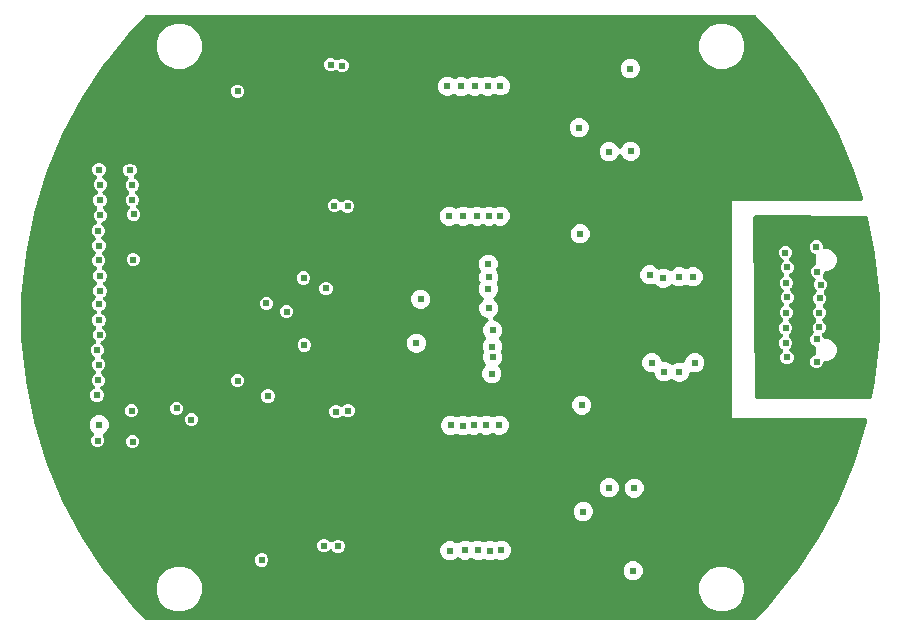
<source format=gbr>
G04 EAGLE Gerber RS-274X export*
G75*
%MOMM*%
%FSLAX34Y34*%
%LPD*%
%INCopper Layer 15*%
%IPPOS*%
%AMOC8*
5,1,8,0,0,1.08239X$1,22.5*%
G01*
%ADD10C,0.610000*%

G36*
X777500Y4008D02*
X777500Y4008D01*
X777570Y4006D01*
X777698Y4028D01*
X777828Y4041D01*
X777895Y4061D01*
X777964Y4073D01*
X778085Y4120D01*
X778210Y4159D01*
X778271Y4192D01*
X778336Y4218D01*
X778445Y4288D01*
X778560Y4350D01*
X778614Y4396D01*
X778672Y4433D01*
X778842Y4588D01*
X778865Y4608D01*
X778870Y4614D01*
X778878Y4621D01*
X789447Y15722D01*
X789478Y15761D01*
X789544Y15832D01*
X812062Y43270D01*
X812094Y43317D01*
X812179Y43427D01*
X831899Y72941D01*
X831926Y72991D01*
X832000Y73109D01*
X848732Y104413D01*
X848754Y104465D01*
X848816Y104590D01*
X862399Y137383D01*
X862416Y137438D01*
X862465Y137568D01*
X872769Y171535D01*
X872780Y171590D01*
X872817Y171725D01*
X872956Y172424D01*
X872958Y172448D01*
X872965Y172472D01*
X872977Y172647D01*
X872994Y172822D01*
X872992Y172846D01*
X872994Y172870D01*
X872971Y173044D01*
X872953Y173219D01*
X872946Y173242D01*
X872943Y173266D01*
X872886Y173433D01*
X872833Y173600D01*
X872822Y173621D01*
X872814Y173644D01*
X872725Y173796D01*
X872640Y173950D01*
X872625Y173969D01*
X872612Y173989D01*
X872496Y174120D01*
X872382Y174254D01*
X872363Y174269D01*
X872347Y174288D01*
X872206Y174393D01*
X872068Y174501D01*
X872046Y174512D01*
X872027Y174527D01*
X871868Y174602D01*
X871711Y174681D01*
X871688Y174687D01*
X871666Y174698D01*
X871496Y174740D01*
X871326Y174786D01*
X871301Y174788D01*
X871278Y174793D01*
X870999Y174814D01*
X758129Y175060D01*
X758129Y358330D01*
X867059Y358406D01*
X867182Y358419D01*
X867306Y358422D01*
X867381Y358439D01*
X867457Y358447D01*
X867575Y358483D01*
X867696Y358511D01*
X867765Y358542D01*
X867838Y358565D01*
X867947Y358624D01*
X868060Y358675D01*
X868122Y358720D01*
X868188Y358757D01*
X868283Y358837D01*
X868384Y358909D01*
X868435Y358965D01*
X868494Y359014D01*
X868571Y359112D01*
X868655Y359203D01*
X868694Y359268D01*
X868742Y359328D01*
X868798Y359438D01*
X868862Y359544D01*
X868888Y359616D01*
X868922Y359684D01*
X868955Y359803D01*
X868997Y359920D01*
X869008Y359995D01*
X869029Y360069D01*
X869037Y360193D01*
X869055Y360315D01*
X869051Y360391D01*
X869056Y360467D01*
X869040Y360590D01*
X869033Y360714D01*
X869011Y360812D01*
X869004Y360863D01*
X868989Y360907D01*
X868971Y360986D01*
X862465Y382432D01*
X862444Y382484D01*
X862399Y382617D01*
X848816Y415410D01*
X848789Y415460D01*
X848732Y415587D01*
X832000Y446891D01*
X831968Y446939D01*
X831899Y447059D01*
X812179Y476572D01*
X812143Y476616D01*
X812062Y476730D01*
X789544Y504168D01*
X789508Y504204D01*
X789447Y504278D01*
X778878Y515379D01*
X778825Y515424D01*
X778779Y515476D01*
X778674Y515554D01*
X778576Y515639D01*
X778515Y515673D01*
X778458Y515715D01*
X778341Y515770D01*
X778227Y515834D01*
X778160Y515855D01*
X778097Y515885D01*
X777970Y515916D01*
X777846Y515956D01*
X777777Y515963D01*
X777709Y515980D01*
X777480Y515996D01*
X777449Y515999D01*
X777442Y515998D01*
X777431Y515999D01*
X262569Y515999D01*
X262500Y515992D01*
X262430Y515994D01*
X262302Y515972D01*
X262172Y515959D01*
X262105Y515939D01*
X262036Y515927D01*
X261915Y515880D01*
X261790Y515841D01*
X261729Y515808D01*
X261664Y515782D01*
X261554Y515712D01*
X261440Y515650D01*
X261387Y515605D01*
X261328Y515567D01*
X261158Y515412D01*
X261135Y515392D01*
X261130Y515386D01*
X261122Y515379D01*
X250553Y504278D01*
X250522Y504238D01*
X250456Y504168D01*
X227938Y476730D01*
X227906Y476683D01*
X227821Y476572D01*
X208101Y447059D01*
X208074Y447009D01*
X208000Y446891D01*
X191268Y415587D01*
X191246Y415535D01*
X191184Y415410D01*
X177601Y382617D01*
X177595Y382598D01*
X177587Y382582D01*
X177574Y382535D01*
X177535Y382432D01*
X167231Y348465D01*
X167220Y348410D01*
X167183Y348275D01*
X160258Y313462D01*
X160253Y313405D01*
X160230Y313268D01*
X156751Y277944D01*
X156751Y277887D01*
X156741Y277748D01*
X156741Y242252D01*
X156747Y242196D01*
X156751Y242056D01*
X160230Y206732D01*
X160241Y206677D01*
X160258Y206538D01*
X167183Y171725D01*
X167200Y171671D01*
X167231Y171535D01*
X177535Y137568D01*
X177556Y137516D01*
X177601Y137383D01*
X191184Y104590D01*
X191211Y104540D01*
X191268Y104413D01*
X208000Y73109D01*
X208032Y73061D01*
X208101Y72941D01*
X227821Y43428D01*
X227857Y43384D01*
X227938Y43270D01*
X250456Y15832D01*
X250492Y15796D01*
X250553Y15722D01*
X261122Y4621D01*
X261175Y4576D01*
X261221Y4524D01*
X261326Y4446D01*
X261424Y4361D01*
X261485Y4327D01*
X261542Y4285D01*
X261659Y4230D01*
X261773Y4166D01*
X261840Y4145D01*
X261903Y4115D01*
X262030Y4084D01*
X262154Y4044D01*
X262223Y4037D01*
X262291Y4020D01*
X262520Y4004D01*
X262551Y4001D01*
X262558Y4002D01*
X262569Y4001D01*
X777431Y4001D01*
X777500Y4008D01*
G37*
G36*
X875013Y190846D02*
X875013Y190846D01*
X875047Y190843D01*
X875211Y190866D01*
X875376Y190882D01*
X875409Y190892D01*
X875442Y190897D01*
X875599Y190951D01*
X875758Y191000D01*
X875788Y191017D01*
X875820Y191028D01*
X875962Y191112D01*
X876108Y191192D01*
X876134Y191214D01*
X876164Y191231D01*
X876287Y191342D01*
X876414Y191449D01*
X876435Y191476D01*
X876460Y191499D01*
X876559Y191632D01*
X876662Y191762D01*
X876677Y191793D01*
X876697Y191820D01*
X876767Y191970D01*
X876843Y192118D01*
X876852Y192151D01*
X876866Y192182D01*
X876940Y192452D01*
X879742Y206538D01*
X879747Y206595D01*
X879770Y206732D01*
X883249Y242056D01*
X883249Y242113D01*
X883259Y242252D01*
X883259Y277748D01*
X883253Y277804D01*
X883249Y277944D01*
X879770Y313268D01*
X879759Y313323D01*
X879742Y313462D01*
X873547Y344605D01*
X873538Y344636D01*
X873533Y344667D01*
X873479Y344826D01*
X873430Y344987D01*
X873415Y345015D01*
X873405Y345045D01*
X873320Y345190D01*
X873240Y345338D01*
X873219Y345363D01*
X873204Y345390D01*
X873092Y345516D01*
X872984Y345645D01*
X872959Y345665D01*
X872938Y345688D01*
X872803Y345789D01*
X872671Y345894D01*
X872643Y345909D01*
X872618Y345928D01*
X872466Y346000D01*
X872316Y346076D01*
X872286Y346085D01*
X872257Y346099D01*
X872094Y346139D01*
X871931Y346184D01*
X871900Y346187D01*
X871869Y346194D01*
X871591Y346215D01*
X778492Y346440D01*
X778449Y346435D01*
X778406Y346438D01*
X778250Y346416D01*
X778094Y346401D01*
X778053Y346388D01*
X778010Y346382D01*
X777862Y346330D01*
X777712Y346283D01*
X777674Y346263D01*
X777634Y346248D01*
X777499Y346168D01*
X777361Y346093D01*
X777328Y346065D01*
X777291Y346043D01*
X777175Y345937D01*
X777055Y345836D01*
X777028Y345802D01*
X776997Y345773D01*
X776904Y345646D01*
X776806Y345524D01*
X776787Y345485D01*
X776761Y345450D01*
X776696Y345308D01*
X776625Y345168D01*
X776613Y345126D01*
X776595Y345087D01*
X776559Y344934D01*
X776517Y344783D01*
X776514Y344740D01*
X776504Y344698D01*
X776488Y344419D01*
X778072Y192821D01*
X778074Y192801D01*
X778073Y192781D01*
X778096Y192603D01*
X778116Y192424D01*
X778122Y192405D01*
X778125Y192385D01*
X778183Y192215D01*
X778238Y192043D01*
X778248Y192026D01*
X778254Y192007D01*
X778346Y191852D01*
X778433Y191695D01*
X778446Y191680D01*
X778456Y191663D01*
X778577Y191529D01*
X778694Y191392D01*
X778710Y191380D01*
X778723Y191365D01*
X778867Y191258D01*
X779010Y191147D01*
X779027Y191139D01*
X779043Y191127D01*
X779206Y191050D01*
X779368Y190970D01*
X779387Y190965D01*
X779405Y190957D01*
X779579Y190914D01*
X779754Y190868D01*
X779773Y190867D01*
X779793Y190862D01*
X780071Y190842D01*
X874979Y190842D01*
X875013Y190846D01*
G37*
%LPC*%
G36*
X219586Y188703D02*
X219586Y188703D01*
X217531Y189554D01*
X215958Y191126D01*
X215107Y193181D01*
X215107Y195405D01*
X215958Y197460D01*
X217531Y199033D01*
X217692Y199100D01*
X217712Y199110D01*
X217734Y199117D01*
X217888Y199205D01*
X218044Y199289D01*
X218061Y199303D01*
X218081Y199314D01*
X218215Y199431D01*
X218351Y199544D01*
X218366Y199561D01*
X218383Y199576D01*
X218491Y199717D01*
X218602Y199855D01*
X218612Y199875D01*
X218626Y199893D01*
X218704Y200052D01*
X218785Y200210D01*
X218792Y200232D01*
X218802Y200252D01*
X218846Y200423D01*
X218895Y200594D01*
X218897Y200616D01*
X218902Y200638D01*
X218912Y200815D01*
X218926Y200992D01*
X218923Y201015D01*
X218924Y201037D01*
X218899Y201212D01*
X218877Y201388D01*
X218870Y201410D01*
X218866Y201432D01*
X218807Y201598D01*
X218750Y201767D01*
X218739Y201787D01*
X218731Y201808D01*
X218640Y201959D01*
X218551Y202113D01*
X218536Y202130D01*
X218524Y202150D01*
X218341Y202360D01*
X217000Y203701D01*
X216148Y205756D01*
X216148Y207980D01*
X217000Y210035D01*
X218572Y211608D01*
X218764Y211687D01*
X218777Y211695D01*
X218792Y211699D01*
X218953Y211789D01*
X219116Y211876D01*
X219128Y211886D01*
X219141Y211894D01*
X219281Y212013D01*
X219423Y212131D01*
X219433Y212143D01*
X219444Y212153D01*
X219557Y212298D01*
X219674Y212443D01*
X219681Y212456D01*
X219690Y212468D01*
X219772Y212632D01*
X219857Y212797D01*
X219861Y212812D01*
X219868Y212826D01*
X219916Y213004D01*
X219967Y213181D01*
X219968Y213197D01*
X219972Y213211D01*
X219983Y213395D01*
X219998Y213580D01*
X219996Y213595D01*
X219997Y213610D01*
X219971Y213792D01*
X219949Y213976D01*
X219944Y213991D01*
X219942Y214006D01*
X219881Y214179D01*
X219822Y214355D01*
X219814Y214368D01*
X219809Y214383D01*
X219715Y214541D01*
X219623Y214701D01*
X219613Y214712D01*
X219605Y214726D01*
X219480Y214862D01*
X219358Y215000D01*
X219346Y215010D01*
X219336Y215021D01*
X219187Y215130D01*
X219127Y215175D01*
X217459Y216843D01*
X216608Y218898D01*
X216608Y221122D01*
X217459Y223177D01*
X218517Y224235D01*
X218532Y224253D01*
X218549Y224268D01*
X218658Y224407D01*
X218770Y224545D01*
X218781Y224565D01*
X218795Y224583D01*
X218874Y224741D01*
X218956Y224898D01*
X218963Y224920D01*
X218973Y224940D01*
X219019Y225111D01*
X219069Y225281D01*
X219071Y225304D01*
X219077Y225326D01*
X219088Y225502D01*
X219103Y225679D01*
X219100Y225702D01*
X219101Y225724D01*
X219077Y225900D01*
X219057Y226076D01*
X219050Y226098D01*
X219047Y226120D01*
X218988Y226288D01*
X218933Y226456D01*
X218922Y226476D01*
X218914Y226497D01*
X218823Y226649D01*
X218736Y226803D01*
X218721Y226820D01*
X218709Y226840D01*
X218590Y226971D01*
X218474Y227105D01*
X218456Y227119D01*
X218441Y227135D01*
X218298Y227240D01*
X218157Y227348D01*
X218137Y227358D01*
X218119Y227372D01*
X217869Y227496D01*
X217653Y227585D01*
X216081Y229158D01*
X215230Y231213D01*
X215230Y233437D01*
X216081Y235492D01*
X217653Y237065D01*
X218800Y237539D01*
X218820Y237550D01*
X218841Y237557D01*
X218995Y237644D01*
X219152Y237728D01*
X219169Y237743D01*
X219189Y237754D01*
X219322Y237870D01*
X219459Y237983D01*
X219473Y238001D01*
X219490Y238016D01*
X219598Y238156D01*
X219709Y238295D01*
X219720Y238315D01*
X219734Y238333D01*
X219811Y238492D01*
X219893Y238649D01*
X219899Y238671D01*
X219909Y238692D01*
X219954Y238862D01*
X220002Y239033D01*
X220004Y239056D01*
X220010Y239078D01*
X220020Y239254D01*
X220033Y239432D01*
X220031Y239454D01*
X220032Y239477D01*
X220006Y239652D01*
X219984Y239828D01*
X219977Y239850D01*
X219974Y239872D01*
X219914Y240038D01*
X219858Y240207D01*
X219846Y240227D01*
X219839Y240248D01*
X219747Y240399D01*
X219658Y240553D01*
X219643Y240570D01*
X219631Y240589D01*
X219448Y240800D01*
X218130Y242118D01*
X217279Y244173D01*
X217279Y246397D01*
X218130Y248452D01*
X219535Y249857D01*
X219550Y249875D01*
X219567Y249890D01*
X219676Y250030D01*
X219788Y250167D01*
X219799Y250187D01*
X219813Y250205D01*
X219892Y250363D01*
X219974Y250520D01*
X219981Y250542D01*
X219991Y250563D01*
X220037Y250733D01*
X220087Y250903D01*
X220089Y250926D01*
X220095Y250948D01*
X220106Y251125D01*
X220121Y251301D01*
X220118Y251324D01*
X220119Y251347D01*
X220095Y251523D01*
X220075Y251698D01*
X220068Y251720D01*
X220064Y251743D01*
X220005Y251910D01*
X219951Y252078D01*
X219939Y252098D01*
X219932Y252119D01*
X219841Y252271D01*
X219754Y252425D01*
X219739Y252443D01*
X219727Y252462D01*
X219608Y252593D01*
X219492Y252727D01*
X219474Y252741D01*
X219458Y252758D01*
X219315Y252863D01*
X219238Y252922D01*
X217579Y254581D01*
X216728Y256636D01*
X216728Y258860D01*
X217579Y260915D01*
X219151Y262488D01*
X219361Y262574D01*
X219374Y262582D01*
X219389Y262586D01*
X219550Y262676D01*
X219713Y262763D01*
X219725Y262773D01*
X219738Y262781D01*
X219879Y262901D01*
X220020Y263019D01*
X220030Y263030D01*
X220041Y263040D01*
X220155Y263186D01*
X220271Y263330D01*
X220278Y263343D01*
X220287Y263355D01*
X220370Y263521D01*
X220454Y263684D01*
X220458Y263699D01*
X220465Y263713D01*
X220513Y263891D01*
X220564Y264068D01*
X220565Y264084D01*
X220569Y264098D01*
X220580Y264282D01*
X220595Y264467D01*
X220593Y264482D01*
X220594Y264497D01*
X220569Y264679D01*
X220546Y264863D01*
X220541Y264878D01*
X220539Y264893D01*
X220478Y265067D01*
X220419Y265242D01*
X220411Y265255D01*
X220406Y265269D01*
X220312Y265428D01*
X220220Y265588D01*
X220210Y265599D01*
X220202Y265612D01*
X220077Y265749D01*
X219955Y265887D01*
X219943Y265897D01*
X219933Y265908D01*
X219784Y266017D01*
X219637Y266128D01*
X219623Y266135D01*
X219611Y266144D01*
X219361Y266269D01*
X219174Y266346D01*
X217601Y267919D01*
X216750Y269974D01*
X216750Y272198D01*
X217601Y274253D01*
X219175Y275827D01*
X219194Y275850D01*
X219217Y275870D01*
X219321Y276005D01*
X219428Y276136D01*
X219442Y276163D01*
X219461Y276187D01*
X219535Y276340D01*
X219614Y276490D01*
X219623Y276519D01*
X219636Y276546D01*
X219679Y276710D01*
X219727Y276873D01*
X219729Y276903D01*
X219737Y276932D01*
X219746Y277102D01*
X219761Y277271D01*
X219757Y277301D01*
X219759Y277331D01*
X219734Y277499D01*
X219715Y277668D01*
X219705Y277696D01*
X219701Y277726D01*
X219644Y277886D01*
X219591Y278047D01*
X219576Y278074D01*
X219566Y278102D01*
X219478Y278247D01*
X219394Y278395D01*
X219374Y278418D01*
X219359Y278444D01*
X219175Y278654D01*
X218527Y279302D01*
X217676Y281357D01*
X217676Y283581D01*
X218527Y285636D01*
X220300Y287409D01*
X220320Y287433D01*
X220342Y287452D01*
X220445Y287586D01*
X220553Y287718D01*
X220567Y287745D01*
X220586Y287769D01*
X220660Y287921D01*
X220740Y288072D01*
X220748Y288101D01*
X220761Y288128D01*
X220804Y288292D01*
X220852Y288455D01*
X220854Y288485D01*
X220862Y288514D01*
X220871Y288683D01*
X220886Y288853D01*
X220882Y288883D01*
X220884Y288913D01*
X220859Y289081D01*
X220840Y289250D01*
X220831Y289278D01*
X220826Y289308D01*
X220769Y289468D01*
X220716Y289629D01*
X220701Y289656D01*
X220691Y289684D01*
X220603Y289829D01*
X220519Y289977D01*
X220499Y290000D01*
X220484Y290026D01*
X220300Y290236D01*
X218527Y292009D01*
X217676Y294064D01*
X217676Y296288D01*
X218527Y298343D01*
X220371Y300186D01*
X220385Y300204D01*
X220402Y300219D01*
X220511Y300358D01*
X220624Y300496D01*
X220634Y300516D01*
X220648Y300534D01*
X220727Y300692D01*
X220810Y300849D01*
X220816Y300871D01*
X220826Y300891D01*
X220872Y301062D01*
X220922Y301232D01*
X220924Y301255D01*
X220930Y301277D01*
X220941Y301452D01*
X220956Y301630D01*
X220953Y301653D01*
X220955Y301676D01*
X220931Y301851D01*
X220910Y302027D01*
X220903Y302049D01*
X220900Y302071D01*
X220841Y302239D01*
X220786Y302407D01*
X220775Y302427D01*
X220768Y302448D01*
X220677Y302600D01*
X220589Y302754D01*
X220574Y302772D01*
X220563Y302791D01*
X220444Y302922D01*
X220327Y303056D01*
X220309Y303070D01*
X220294Y303087D01*
X220151Y303191D01*
X220011Y303299D01*
X219990Y303309D01*
X219972Y303323D01*
X219722Y303447D01*
X219048Y303726D01*
X217476Y305299D01*
X216625Y307354D01*
X216625Y309578D01*
X217476Y311633D01*
X219169Y313326D01*
X219189Y313350D01*
X219211Y313370D01*
X219315Y313504D01*
X219422Y313636D01*
X219436Y313662D01*
X219455Y313686D01*
X219529Y313839D01*
X219608Y313989D01*
X219617Y314018D01*
X219630Y314045D01*
X219673Y314209D01*
X219721Y314372D01*
X219723Y314402D01*
X219731Y314432D01*
X219740Y314600D01*
X219755Y314770D01*
X219751Y314800D01*
X219753Y314830D01*
X219728Y314998D01*
X219709Y315167D01*
X219699Y315196D01*
X219695Y315226D01*
X219638Y315385D01*
X219585Y315547D01*
X219570Y315573D01*
X219560Y315602D01*
X219472Y315746D01*
X219388Y315894D01*
X219368Y315917D01*
X219352Y315943D01*
X219169Y316154D01*
X217635Y317688D01*
X216783Y319743D01*
X216783Y321967D01*
X217635Y324022D01*
X219076Y325463D01*
X219090Y325481D01*
X219107Y325496D01*
X219216Y325635D01*
X219328Y325773D01*
X219339Y325793D01*
X219353Y325811D01*
X219432Y325969D01*
X219515Y326126D01*
X219521Y326148D01*
X219531Y326168D01*
X219577Y326339D01*
X219627Y326509D01*
X219629Y326532D01*
X219635Y326554D01*
X219646Y326730D01*
X219661Y326907D01*
X219658Y326930D01*
X219660Y326953D01*
X219635Y327128D01*
X219615Y327304D01*
X219608Y327326D01*
X219605Y327348D01*
X219546Y327515D01*
X219491Y327684D01*
X219480Y327704D01*
X219472Y327725D01*
X219382Y327877D01*
X219294Y328031D01*
X219279Y328048D01*
X219268Y328068D01*
X219149Y328199D01*
X219032Y328333D01*
X219014Y328347D01*
X218999Y328363D01*
X218856Y328468D01*
X218716Y328576D01*
X218695Y328586D01*
X218677Y328600D01*
X218596Y328640D01*
X216999Y330237D01*
X216148Y332292D01*
X216148Y334516D01*
X216999Y336571D01*
X218572Y338143D01*
X219662Y338595D01*
X219682Y338606D01*
X219704Y338613D01*
X219858Y338700D01*
X220014Y338784D01*
X220032Y338798D01*
X220052Y338810D01*
X220185Y338926D01*
X220322Y339039D01*
X220336Y339057D01*
X220353Y339072D01*
X220461Y339212D01*
X220572Y339350D01*
X220583Y339370D01*
X220596Y339388D01*
X220675Y339548D01*
X220756Y339705D01*
X220762Y339727D01*
X220772Y339747D01*
X220817Y339919D01*
X220865Y340089D01*
X220867Y340112D01*
X220873Y340134D01*
X220882Y340310D01*
X220896Y340487D01*
X220893Y340510D01*
X220895Y340532D01*
X220869Y340707D01*
X220847Y340884D01*
X220840Y340905D01*
X220837Y340928D01*
X220777Y341095D01*
X220721Y341262D01*
X220709Y341282D01*
X220702Y341304D01*
X220610Y341455D01*
X220521Y341609D01*
X220506Y341626D01*
X220494Y341645D01*
X220311Y341856D01*
X218746Y343420D01*
X217895Y345475D01*
X217895Y347699D01*
X218746Y349754D01*
X220393Y351401D01*
X220407Y351418D01*
X220424Y351433D01*
X220534Y351573D01*
X220646Y351710D01*
X220656Y351730D01*
X220670Y351748D01*
X220749Y351906D01*
X220832Y352063D01*
X220838Y352085D01*
X220848Y352105D01*
X220894Y352276D01*
X220944Y352446D01*
X220946Y352469D01*
X220952Y352491D01*
X220963Y352668D01*
X220978Y352844D01*
X220976Y352867D01*
X220977Y352890D01*
X220953Y353065D01*
X220932Y353241D01*
X220925Y353263D01*
X220922Y353285D01*
X220863Y353453D01*
X220808Y353621D01*
X220797Y353641D01*
X220790Y353662D01*
X220699Y353814D01*
X220612Y353969D01*
X220597Y353986D01*
X220585Y354005D01*
X220466Y354136D01*
X220350Y354270D01*
X220332Y354284D01*
X220316Y354301D01*
X220173Y354406D01*
X220076Y354480D01*
X218429Y356128D01*
X217578Y358182D01*
X217578Y360407D01*
X218429Y362461D01*
X220001Y364034D01*
X220252Y364138D01*
X220266Y364145D01*
X220280Y364150D01*
X220441Y364239D01*
X220604Y364327D01*
X220616Y364337D01*
X220629Y364344D01*
X220769Y364464D01*
X220911Y364582D01*
X220921Y364594D01*
X220933Y364604D01*
X221046Y364749D01*
X221162Y364893D01*
X221169Y364907D01*
X221178Y364919D01*
X221260Y365084D01*
X221345Y365248D01*
X221350Y365263D01*
X221356Y365276D01*
X221404Y365453D01*
X221455Y365632D01*
X221456Y365647D01*
X221460Y365662D01*
X221471Y365845D01*
X221486Y366030D01*
X221484Y366045D01*
X221485Y366061D01*
X221460Y366242D01*
X221437Y366427D01*
X221432Y366441D01*
X221430Y366456D01*
X221369Y366630D01*
X221310Y366805D01*
X221303Y366819D01*
X221298Y366833D01*
X221203Y366991D01*
X221111Y367151D01*
X221101Y367163D01*
X221093Y367176D01*
X220969Y367312D01*
X220847Y367451D01*
X220834Y367460D01*
X220824Y367471D01*
X220675Y367581D01*
X220528Y367692D01*
X220521Y367695D01*
X218905Y369311D01*
X218054Y371366D01*
X218054Y373590D01*
X218905Y375645D01*
X220273Y377012D01*
X220287Y377030D01*
X220304Y377045D01*
X220414Y377185D01*
X220525Y377322D01*
X220536Y377342D01*
X220550Y377360D01*
X220629Y377518D01*
X220712Y377675D01*
X220718Y377697D01*
X220728Y377717D01*
X220774Y377888D01*
X220824Y378058D01*
X220826Y378081D01*
X220832Y378103D01*
X220843Y378279D01*
X220858Y378456D01*
X220855Y378479D01*
X220857Y378501D01*
X220832Y378677D01*
X220812Y378853D01*
X220805Y378874D01*
X220802Y378897D01*
X220743Y379065D01*
X220688Y379233D01*
X220677Y379252D01*
X220669Y379274D01*
X220578Y379426D01*
X220491Y379580D01*
X220476Y379597D01*
X220465Y379617D01*
X220345Y379748D01*
X220229Y379882D01*
X220211Y379896D01*
X220196Y379912D01*
X220053Y380017D01*
X219913Y380125D01*
X219892Y380135D01*
X219874Y380148D01*
X219624Y380273D01*
X219207Y380446D01*
X217635Y382018D01*
X216783Y384073D01*
X216783Y386297D01*
X217635Y388352D01*
X219207Y389925D01*
X221262Y390776D01*
X223486Y390776D01*
X225541Y389925D01*
X227114Y388352D01*
X227965Y386297D01*
X227965Y384073D01*
X227114Y382018D01*
X225746Y380651D01*
X225732Y380634D01*
X225715Y380619D01*
X225605Y380478D01*
X225494Y380342D01*
X225483Y380322D01*
X225469Y380304D01*
X225390Y380146D01*
X225307Y379989D01*
X225301Y379967D01*
X225291Y379946D01*
X225245Y379776D01*
X225195Y379605D01*
X225193Y379583D01*
X225187Y379561D01*
X225176Y379385D01*
X225161Y379207D01*
X225164Y379185D01*
X225162Y379162D01*
X225187Y378987D01*
X225207Y378810D01*
X225214Y378789D01*
X225217Y378766D01*
X225276Y378598D01*
X225331Y378431D01*
X225342Y378411D01*
X225350Y378390D01*
X225441Y378237D01*
X225528Y378083D01*
X225543Y378066D01*
X225554Y378047D01*
X225674Y377915D01*
X225790Y377782D01*
X225808Y377768D01*
X225823Y377751D01*
X225966Y377646D01*
X226106Y377538D01*
X226127Y377528D01*
X226145Y377515D01*
X226395Y377390D01*
X226812Y377218D01*
X228384Y375645D01*
X229236Y373590D01*
X229236Y371366D01*
X228384Y369311D01*
X226812Y367739D01*
X226561Y367635D01*
X226548Y367627D01*
X226533Y367623D01*
X226373Y367533D01*
X226209Y367446D01*
X226197Y367436D01*
X226184Y367429D01*
X226044Y367309D01*
X225902Y367191D01*
X225892Y367179D01*
X225881Y367169D01*
X225767Y367023D01*
X225651Y366879D01*
X225644Y366866D01*
X225635Y366854D01*
X225553Y366689D01*
X225468Y366525D01*
X225463Y366510D01*
X225457Y366496D01*
X225409Y366319D01*
X225358Y366141D01*
X225357Y366125D01*
X225353Y366111D01*
X225342Y365928D01*
X225327Y365742D01*
X225329Y365727D01*
X225328Y365712D01*
X225353Y365530D01*
X225376Y365346D01*
X225381Y365331D01*
X225383Y365316D01*
X225444Y365142D01*
X225503Y364967D01*
X225511Y364954D01*
X225516Y364940D01*
X225611Y364780D01*
X225702Y364621D01*
X225712Y364610D01*
X225720Y364597D01*
X225845Y364459D01*
X225967Y364322D01*
X225979Y364312D01*
X225989Y364301D01*
X226138Y364192D01*
X226285Y364081D01*
X226292Y364077D01*
X227908Y362461D01*
X228759Y360407D01*
X228759Y358182D01*
X227908Y356128D01*
X226262Y354481D01*
X226247Y354464D01*
X226230Y354449D01*
X226121Y354309D01*
X226009Y354172D01*
X225998Y354152D01*
X225984Y354134D01*
X225905Y353976D01*
X225822Y353819D01*
X225816Y353797D01*
X225806Y353776D01*
X225760Y353606D01*
X225710Y353435D01*
X225708Y353413D01*
X225702Y353391D01*
X225691Y353214D01*
X225676Y353037D01*
X225679Y353015D01*
X225677Y352992D01*
X225702Y352816D01*
X225722Y352641D01*
X225729Y352619D01*
X225732Y352596D01*
X225791Y352429D01*
X225846Y352261D01*
X225857Y352241D01*
X225865Y352220D01*
X225955Y352068D01*
X226043Y351913D01*
X226058Y351896D01*
X226069Y351877D01*
X226188Y351746D01*
X226305Y351612D01*
X226323Y351598D01*
X226338Y351581D01*
X226481Y351476D01*
X226578Y351402D01*
X228226Y349754D01*
X229077Y347699D01*
X229077Y345475D01*
X228226Y343420D01*
X226653Y341848D01*
X225562Y341396D01*
X225542Y341385D01*
X225521Y341378D01*
X225367Y341291D01*
X225210Y341207D01*
X225193Y341193D01*
X225173Y341181D01*
X225040Y341065D01*
X224903Y340952D01*
X224889Y340934D01*
X224872Y340919D01*
X224764Y340779D01*
X224653Y340641D01*
X224642Y340621D01*
X224628Y340603D01*
X224550Y340443D01*
X224469Y340286D01*
X224463Y340264D01*
X224453Y340244D01*
X224408Y340073D01*
X224360Y339902D01*
X224358Y339879D01*
X224352Y339857D01*
X224342Y339682D01*
X224329Y339504D01*
X224331Y339481D01*
X224330Y339458D01*
X224356Y339284D01*
X224377Y339107D01*
X224385Y339086D01*
X224388Y339063D01*
X224448Y338897D01*
X224504Y338729D01*
X224516Y338709D01*
X224523Y338687D01*
X224615Y338536D01*
X224704Y338382D01*
X224719Y338365D01*
X224731Y338346D01*
X224914Y338135D01*
X226478Y336571D01*
X227330Y334516D01*
X227330Y332292D01*
X226478Y330237D01*
X225037Y328796D01*
X225023Y328778D01*
X225006Y328763D01*
X224897Y328624D01*
X224784Y328486D01*
X224774Y328466D01*
X224760Y328448D01*
X224681Y328290D01*
X224598Y328133D01*
X224592Y328111D01*
X224582Y328091D01*
X224536Y327920D01*
X224486Y327750D01*
X224484Y327727D01*
X224478Y327705D01*
X224467Y327529D01*
X224452Y327352D01*
X224455Y327329D01*
X224453Y327306D01*
X224477Y327131D01*
X224498Y326955D01*
X224505Y326933D01*
X224508Y326911D01*
X224567Y326744D01*
X224622Y326575D01*
X224633Y326555D01*
X224640Y326534D01*
X224731Y326382D01*
X224819Y326228D01*
X224834Y326211D01*
X224845Y326191D01*
X224964Y326060D01*
X225081Y325926D01*
X225099Y325912D01*
X225114Y325896D01*
X225257Y325791D01*
X225397Y325683D01*
X225418Y325673D01*
X225436Y325659D01*
X225517Y325619D01*
X227114Y324022D01*
X227965Y321967D01*
X227965Y319743D01*
X227114Y317688D01*
X225420Y315995D01*
X225401Y315971D01*
X225378Y315952D01*
X225275Y315817D01*
X225167Y315686D01*
X225153Y315659D01*
X225135Y315635D01*
X225060Y315483D01*
X224981Y315332D01*
X224972Y315303D01*
X224959Y315276D01*
X224917Y315113D01*
X224869Y314949D01*
X224866Y314919D01*
X224859Y314890D01*
X224849Y314721D01*
X224835Y314551D01*
X224838Y314521D01*
X224837Y314491D01*
X224861Y314323D01*
X224881Y314154D01*
X224890Y314125D01*
X224894Y314096D01*
X224952Y313936D01*
X225005Y313775D01*
X225019Y313748D01*
X225030Y313720D01*
X225117Y313575D01*
X225201Y313427D01*
X225221Y313404D01*
X225237Y313378D01*
X225420Y313168D01*
X226955Y311633D01*
X227806Y309578D01*
X227806Y307354D01*
X226955Y305299D01*
X225112Y303456D01*
X225097Y303438D01*
X225080Y303423D01*
X224972Y303284D01*
X224859Y303147D01*
X224848Y303126D01*
X224834Y303108D01*
X224755Y302950D01*
X224673Y302793D01*
X224666Y302771D01*
X224656Y302751D01*
X224610Y302580D01*
X224560Y302410D01*
X224558Y302387D01*
X224552Y302365D01*
X224541Y302189D01*
X224526Y302012D01*
X224529Y301989D01*
X224528Y301967D01*
X224552Y301791D01*
X224572Y301615D01*
X224579Y301594D01*
X224582Y301571D01*
X224641Y301403D01*
X224696Y301235D01*
X224707Y301216D01*
X224715Y301194D01*
X224806Y301042D01*
X224893Y300888D01*
X224908Y300871D01*
X224919Y300851D01*
X225038Y300720D01*
X225155Y300586D01*
X225173Y300573D01*
X225188Y300556D01*
X225331Y300451D01*
X225472Y300343D01*
X225492Y300333D01*
X225510Y300320D01*
X225760Y300195D01*
X226434Y299916D01*
X228007Y298343D01*
X228858Y296288D01*
X228858Y294064D01*
X228007Y292009D01*
X226234Y290236D01*
X226214Y290213D01*
X226192Y290193D01*
X226089Y290059D01*
X225981Y289927D01*
X225967Y289900D01*
X225948Y289876D01*
X225874Y289724D01*
X225795Y289574D01*
X225786Y289545D01*
X225773Y289518D01*
X225730Y289354D01*
X225682Y289191D01*
X225680Y289160D01*
X225672Y289131D01*
X225663Y288962D01*
X225648Y288793D01*
X225652Y288762D01*
X225650Y288732D01*
X225675Y288564D01*
X225694Y288396D01*
X225704Y288367D01*
X225708Y288337D01*
X225766Y288177D01*
X225818Y288016D01*
X225833Y287990D01*
X225843Y287961D01*
X225931Y287817D01*
X226015Y287669D01*
X226035Y287646D01*
X226050Y287620D01*
X226234Y287409D01*
X228007Y285636D01*
X228858Y283581D01*
X228858Y281357D01*
X228007Y279302D01*
X226432Y277728D01*
X226413Y277705D01*
X226390Y277685D01*
X226286Y277550D01*
X226179Y277419D01*
X226165Y277392D01*
X226147Y277368D01*
X226072Y277215D01*
X225993Y277065D01*
X225985Y277036D01*
X225971Y277009D01*
X225928Y276845D01*
X225881Y276682D01*
X225878Y276652D01*
X225871Y276623D01*
X225861Y276453D01*
X225847Y276284D01*
X225850Y276254D01*
X225849Y276224D01*
X225873Y276056D01*
X225893Y275887D01*
X225902Y275858D01*
X225907Y275829D01*
X225964Y275669D01*
X226017Y275508D01*
X226032Y275481D01*
X226042Y275453D01*
X226130Y275308D01*
X226213Y275160D01*
X226233Y275137D01*
X226249Y275111D01*
X226432Y274901D01*
X227080Y274253D01*
X227931Y272198D01*
X227931Y269974D01*
X227080Y267919D01*
X225508Y266346D01*
X225298Y266259D01*
X225284Y266252D01*
X225270Y266247D01*
X225109Y266158D01*
X224946Y266070D01*
X224934Y266061D01*
X224921Y266053D01*
X224780Y265933D01*
X224639Y265815D01*
X224629Y265803D01*
X224618Y265793D01*
X224504Y265647D01*
X224388Y265504D01*
X224381Y265491D01*
X224372Y265479D01*
X224289Y265313D01*
X224205Y265149D01*
X224200Y265135D01*
X224194Y265121D01*
X224146Y264943D01*
X224095Y264765D01*
X224094Y264750D01*
X224090Y264735D01*
X224079Y264552D01*
X224064Y264367D01*
X224066Y264352D01*
X224065Y264337D01*
X224090Y264155D01*
X224113Y263971D01*
X224118Y263956D01*
X224120Y263941D01*
X224181Y263767D01*
X224240Y263592D01*
X224247Y263579D01*
X224252Y263564D01*
X224347Y263406D01*
X224439Y263246D01*
X224449Y263234D01*
X224457Y263221D01*
X224582Y263084D01*
X224704Y262946D01*
X224716Y262937D01*
X224726Y262926D01*
X224875Y262817D01*
X225022Y262705D01*
X225036Y262699D01*
X225048Y262690D01*
X225298Y262565D01*
X225485Y262488D01*
X227058Y260915D01*
X227909Y258860D01*
X227909Y256636D01*
X227058Y254581D01*
X225653Y253176D01*
X225638Y253158D01*
X225621Y253143D01*
X225511Y253003D01*
X225400Y252867D01*
X225389Y252846D01*
X225375Y252828D01*
X225296Y252670D01*
X225214Y252513D01*
X225207Y252491D01*
X225197Y252471D01*
X225151Y252301D01*
X225101Y252130D01*
X225099Y252107D01*
X225093Y252085D01*
X225082Y251908D01*
X225067Y251732D01*
X225070Y251709D01*
X225069Y251686D01*
X225093Y251511D01*
X225113Y251335D01*
X225120Y251314D01*
X225123Y251291D01*
X225182Y251123D01*
X225237Y250956D01*
X225248Y250936D01*
X225256Y250914D01*
X225347Y250762D01*
X225434Y250608D01*
X225449Y250591D01*
X225461Y250571D01*
X225580Y250440D01*
X225696Y250307D01*
X225714Y250293D01*
X225730Y250276D01*
X225873Y250171D01*
X225950Y250111D01*
X227609Y248452D01*
X228460Y246397D01*
X228460Y244173D01*
X227609Y242118D01*
X226037Y240546D01*
X224890Y240071D01*
X224870Y240060D01*
X224849Y240053D01*
X224695Y239966D01*
X224538Y239882D01*
X224521Y239867D01*
X224501Y239856D01*
X224367Y239740D01*
X224231Y239627D01*
X224217Y239609D01*
X224200Y239594D01*
X224091Y239453D01*
X223980Y239316D01*
X223970Y239296D01*
X223956Y239277D01*
X223878Y239118D01*
X223797Y238961D01*
X223791Y238939D01*
X223781Y238919D01*
X223736Y238748D01*
X223687Y238577D01*
X223686Y238554D01*
X223680Y238532D01*
X223670Y238356D01*
X223656Y238179D01*
X223659Y238156D01*
X223658Y238133D01*
X223684Y237959D01*
X223705Y237782D01*
X223713Y237761D01*
X223716Y237738D01*
X223776Y237571D01*
X223832Y237403D01*
X223843Y237384D01*
X223851Y237362D01*
X223943Y237211D01*
X224032Y237057D01*
X224047Y237040D01*
X224058Y237021D01*
X224242Y236810D01*
X225560Y235492D01*
X226411Y233437D01*
X226411Y231213D01*
X225560Y229158D01*
X224502Y228100D01*
X224487Y228082D01*
X224470Y228067D01*
X224361Y227928D01*
X224249Y227790D01*
X224238Y227770D01*
X224224Y227752D01*
X224145Y227594D01*
X224062Y227437D01*
X224056Y227415D01*
X224046Y227395D01*
X224000Y227224D01*
X223950Y227054D01*
X223948Y227031D01*
X223942Y227009D01*
X223931Y226833D01*
X223916Y226656D01*
X223919Y226633D01*
X223917Y226611D01*
X223942Y226435D01*
X223962Y226259D01*
X223969Y226238D01*
X223972Y226215D01*
X224031Y226048D01*
X224086Y225879D01*
X224097Y225860D01*
X224105Y225838D01*
X224195Y225686D01*
X224283Y225532D01*
X224298Y225515D01*
X224309Y225495D01*
X224429Y225364D01*
X224545Y225230D01*
X224563Y225217D01*
X224578Y225200D01*
X224721Y225095D01*
X224862Y224987D01*
X224882Y224977D01*
X224900Y224964D01*
X225150Y224839D01*
X225366Y224750D01*
X226938Y223177D01*
X227789Y221122D01*
X227789Y218898D01*
X226938Y216843D01*
X225366Y215271D01*
X225174Y215191D01*
X225160Y215184D01*
X225146Y215179D01*
X224985Y215090D01*
X224822Y215002D01*
X224810Y214992D01*
X224797Y214985D01*
X224657Y214866D01*
X224515Y214747D01*
X224505Y214735D01*
X224493Y214725D01*
X224380Y214580D01*
X224264Y214436D01*
X224257Y214422D01*
X224248Y214410D01*
X224166Y214246D01*
X224081Y214081D01*
X224076Y214067D01*
X224070Y214053D01*
X224022Y213875D01*
X223971Y213697D01*
X223970Y213682D01*
X223966Y213667D01*
X223955Y213483D01*
X223940Y213299D01*
X223942Y213284D01*
X223941Y213268D01*
X223966Y213086D01*
X223989Y212903D01*
X223994Y212888D01*
X223996Y212873D01*
X224057Y212700D01*
X224116Y212524D01*
X224123Y212510D01*
X224129Y212496D01*
X224223Y212337D01*
X224315Y212178D01*
X224325Y212166D01*
X224333Y212153D01*
X224458Y212016D01*
X224580Y211878D01*
X224592Y211869D01*
X224602Y211858D01*
X224751Y211749D01*
X224811Y211703D01*
X226479Y210035D01*
X227330Y207980D01*
X227330Y205756D01*
X226479Y203702D01*
X224906Y202129D01*
X224745Y202062D01*
X224725Y202051D01*
X224703Y202044D01*
X224549Y201957D01*
X224393Y201873D01*
X224376Y201859D01*
X224356Y201847D01*
X224222Y201731D01*
X224086Y201618D01*
X224071Y201600D01*
X224054Y201585D01*
X223946Y201445D01*
X223835Y201307D01*
X223825Y201287D01*
X223811Y201269D01*
X223733Y201110D01*
X223652Y200952D01*
X223645Y200930D01*
X223635Y200910D01*
X223591Y200739D01*
X223542Y200568D01*
X223540Y200545D01*
X223535Y200523D01*
X223525Y200347D01*
X223511Y200170D01*
X223514Y200147D01*
X223513Y200125D01*
X223538Y199950D01*
X223560Y199773D01*
X223567Y199752D01*
X223571Y199729D01*
X223630Y199563D01*
X223687Y199395D01*
X223698Y199375D01*
X223706Y199353D01*
X223797Y199203D01*
X223886Y199049D01*
X223901Y199031D01*
X223913Y199012D01*
X224096Y198801D01*
X225437Y197460D01*
X226288Y195405D01*
X226288Y193181D01*
X225437Y191126D01*
X223865Y189554D01*
X221810Y188703D01*
X219586Y188703D01*
G37*
%LPD*%
%LPC*%
G36*
X553269Y204424D02*
X553269Y204424D01*
X550310Y205649D01*
X548046Y207914D01*
X546820Y210873D01*
X546820Y214076D01*
X548046Y217035D01*
X549393Y218382D01*
X549412Y218405D01*
X549435Y218425D01*
X549538Y218560D01*
X549646Y218691D01*
X549660Y218718D01*
X549678Y218742D01*
X549753Y218894D01*
X549832Y219044D01*
X549840Y219073D01*
X549854Y219101D01*
X549896Y219264D01*
X549944Y219428D01*
X549947Y219458D01*
X549954Y219487D01*
X549964Y219656D01*
X549978Y219826D01*
X549975Y219856D01*
X549976Y219886D01*
X549952Y220054D01*
X549932Y220222D01*
X549923Y220251D01*
X549918Y220281D01*
X549861Y220441D01*
X549808Y220602D01*
X549793Y220628D01*
X549783Y220657D01*
X549695Y220802D01*
X549612Y220950D01*
X549592Y220973D01*
X549576Y220998D01*
X549393Y221209D01*
X548837Y221765D01*
X547611Y224724D01*
X547611Y227927D01*
X548423Y229886D01*
X548436Y229930D01*
X548456Y229970D01*
X548494Y230120D01*
X548538Y230268D01*
X548542Y230314D01*
X548554Y230358D01*
X548561Y230512D01*
X548575Y230666D01*
X548570Y230711D01*
X548572Y230757D01*
X548549Y230909D01*
X548532Y231063D01*
X548518Y231107D01*
X548512Y231151D01*
X548423Y231416D01*
X547479Y233694D01*
X547479Y236897D01*
X548705Y239856D01*
X549722Y240873D01*
X549742Y240896D01*
X549765Y240916D01*
X549868Y241051D01*
X549975Y241182D01*
X549989Y241209D01*
X550008Y241233D01*
X550082Y241386D01*
X550162Y241536D01*
X550170Y241565D01*
X550183Y241592D01*
X550226Y241756D01*
X550274Y241919D01*
X550277Y241949D01*
X550284Y241978D01*
X550293Y242147D01*
X550308Y242317D01*
X550304Y242347D01*
X550306Y242377D01*
X550281Y242545D01*
X550262Y242714D01*
X550253Y242742D01*
X550248Y242772D01*
X550191Y242933D01*
X550138Y243093D01*
X550123Y243120D01*
X550113Y243148D01*
X550025Y243293D01*
X549941Y243441D01*
X549921Y243464D01*
X549906Y243490D01*
X549723Y243700D01*
X548837Y244586D01*
X547611Y247545D01*
X547611Y250748D01*
X548837Y253707D01*
X551117Y255987D01*
X551217Y256042D01*
X551380Y256130D01*
X551392Y256140D01*
X551405Y256147D01*
X551545Y256267D01*
X551687Y256385D01*
X551697Y256397D01*
X551708Y256407D01*
X551823Y256553D01*
X551938Y256696D01*
X551945Y256710D01*
X551954Y256722D01*
X552036Y256886D01*
X552122Y257051D01*
X552126Y257066D01*
X552132Y257079D01*
X552180Y257255D01*
X552231Y257435D01*
X552232Y257450D01*
X552236Y257465D01*
X552248Y257649D01*
X552262Y257833D01*
X552260Y257848D01*
X552261Y257863D01*
X552236Y258046D01*
X552213Y258230D01*
X552208Y258244D01*
X552206Y258259D01*
X552145Y258433D01*
X552086Y258608D01*
X552079Y258622D01*
X552074Y258636D01*
X551979Y258794D01*
X551887Y258954D01*
X551877Y258966D01*
X551869Y258979D01*
X551745Y259115D01*
X551623Y259254D01*
X551610Y259263D01*
X551600Y259274D01*
X551451Y259384D01*
X551304Y259495D01*
X551290Y259501D01*
X551278Y259510D01*
X551028Y259635D01*
X547850Y260951D01*
X545585Y263216D01*
X544360Y266175D01*
X544360Y269378D01*
X545585Y272337D01*
X547487Y274239D01*
X547506Y274262D01*
X547529Y274282D01*
X547632Y274416D01*
X547740Y274548D01*
X547754Y274575D01*
X547773Y274599D01*
X547847Y274751D01*
X547926Y274901D01*
X547935Y274930D01*
X547948Y274958D01*
X547991Y275121D01*
X548039Y275285D01*
X548041Y275315D01*
X548049Y275344D01*
X548058Y275513D01*
X548073Y275683D01*
X548069Y275713D01*
X548071Y275743D01*
X548046Y275911D01*
X548027Y276079D01*
X548017Y276108D01*
X548013Y276138D01*
X547955Y276298D01*
X547903Y276459D01*
X547888Y276485D01*
X547878Y276514D01*
X547790Y276659D01*
X547706Y276807D01*
X547686Y276829D01*
X547670Y276855D01*
X547487Y277066D01*
X545188Y279365D01*
X543963Y282324D01*
X543963Y285527D01*
X545331Y288829D01*
X545344Y288873D01*
X545363Y288913D01*
X545401Y289063D01*
X545446Y289211D01*
X545450Y289257D01*
X545461Y289301D01*
X545469Y289455D01*
X545483Y289609D01*
X545478Y289654D01*
X545480Y289700D01*
X545457Y289852D01*
X545440Y290006D01*
X545426Y290050D01*
X545419Y290094D01*
X545331Y290359D01*
X544492Y292384D01*
X544492Y295586D01*
X545676Y298443D01*
X545686Y298480D01*
X545703Y298513D01*
X545744Y298670D01*
X545791Y298826D01*
X545794Y298863D01*
X545804Y298900D01*
X545813Y299062D01*
X545828Y299223D01*
X545824Y299261D01*
X545826Y299299D01*
X545802Y299459D01*
X545785Y299621D01*
X545773Y299657D01*
X545768Y299694D01*
X545713Y299847D01*
X545664Y300001D01*
X545645Y300034D01*
X545633Y300070D01*
X545548Y300208D01*
X545470Y300350D01*
X545445Y300379D01*
X545425Y300411D01*
X545242Y300622D01*
X545188Y300676D01*
X543963Y303635D01*
X543963Y306838D01*
X545188Y309797D01*
X547453Y312061D01*
X550412Y313287D01*
X553615Y313287D01*
X556574Y312061D01*
X558839Y309797D01*
X560064Y306838D01*
X560064Y303635D01*
X558881Y300778D01*
X558870Y300742D01*
X558853Y300708D01*
X558812Y300551D01*
X558766Y300395D01*
X558762Y300358D01*
X558753Y300321D01*
X558744Y300159D01*
X558729Y299998D01*
X558733Y299960D01*
X558731Y299922D01*
X558754Y299762D01*
X558772Y299601D01*
X558783Y299565D01*
X558789Y299527D01*
X558844Y299374D01*
X558893Y299220D01*
X558911Y299187D01*
X558924Y299151D01*
X559008Y299013D01*
X559087Y298871D01*
X559112Y298842D01*
X559131Y298810D01*
X559314Y298599D01*
X559368Y298545D01*
X560594Y295586D01*
X560594Y292384D01*
X559226Y289081D01*
X559213Y289038D01*
X559193Y288997D01*
X559155Y288847D01*
X559110Y288699D01*
X559106Y288654D01*
X559095Y288610D01*
X559088Y288455D01*
X559074Y288301D01*
X559078Y288256D01*
X559076Y288211D01*
X559100Y288058D01*
X559116Y287904D01*
X559130Y287861D01*
X559137Y287816D01*
X559226Y287551D01*
X560064Y285527D01*
X560064Y282324D01*
X558839Y279365D01*
X556937Y277463D01*
X556918Y277440D01*
X556895Y277420D01*
X556792Y277285D01*
X556684Y277154D01*
X556670Y277127D01*
X556651Y277103D01*
X556577Y276951D01*
X556498Y276801D01*
X556489Y276772D01*
X556476Y276744D01*
X556433Y276580D01*
X556385Y276417D01*
X556383Y276387D01*
X556375Y276358D01*
X556366Y276189D01*
X556351Y276019D01*
X556355Y275989D01*
X556353Y275959D01*
X556378Y275791D01*
X556397Y275622D01*
X556407Y275594D01*
X556411Y275564D01*
X556469Y275404D01*
X556521Y275243D01*
X556536Y275216D01*
X556546Y275188D01*
X556634Y275043D01*
X556718Y274895D01*
X556738Y274872D01*
X556754Y274846D01*
X556937Y274636D01*
X559236Y272337D01*
X560461Y269378D01*
X560461Y266175D01*
X559236Y263216D01*
X556956Y260936D01*
X556855Y260880D01*
X556692Y260793D01*
X556681Y260783D01*
X556668Y260776D01*
X556527Y260656D01*
X556385Y260538D01*
X556376Y260526D01*
X556364Y260516D01*
X556250Y260370D01*
X556135Y260227D01*
X556128Y260213D01*
X556118Y260201D01*
X556036Y260036D01*
X555951Y259872D01*
X555947Y259857D01*
X555940Y259844D01*
X555892Y259665D01*
X555842Y259488D01*
X555840Y259473D01*
X555837Y259458D01*
X555825Y259274D01*
X555811Y259090D01*
X555813Y259075D01*
X555812Y259059D01*
X555837Y258877D01*
X555860Y258693D01*
X555864Y258679D01*
X555866Y258664D01*
X555928Y258490D01*
X555986Y258314D01*
X555994Y258301D01*
X555999Y258287D01*
X556093Y258129D01*
X556186Y257968D01*
X556196Y257957D01*
X556204Y257944D01*
X556327Y257808D01*
X556450Y257669D01*
X556462Y257660D01*
X556472Y257649D01*
X556622Y257539D01*
X556769Y257428D01*
X556782Y257421D01*
X556794Y257412D01*
X557044Y257288D01*
X560222Y255971D01*
X562487Y253707D01*
X563713Y250748D01*
X563713Y247545D01*
X562487Y244586D01*
X561470Y243569D01*
X561451Y243545D01*
X561428Y243525D01*
X561324Y243391D01*
X561217Y243259D01*
X561203Y243233D01*
X561184Y243209D01*
X561110Y243056D01*
X561031Y242906D01*
X561022Y242877D01*
X561009Y242850D01*
X560966Y242685D01*
X560918Y242523D01*
X560916Y242493D01*
X560908Y242463D01*
X560899Y242294D01*
X560884Y242125D01*
X560888Y242095D01*
X560886Y242064D01*
X560911Y241897D01*
X560930Y241728D01*
X560940Y241699D01*
X560944Y241669D01*
X561002Y241510D01*
X561054Y241348D01*
X561069Y241322D01*
X561079Y241293D01*
X561168Y241148D01*
X561251Y241001D01*
X561271Y240978D01*
X561287Y240952D01*
X561470Y240741D01*
X562355Y239856D01*
X563581Y236897D01*
X563581Y233694D01*
X562769Y231735D01*
X562756Y231691D01*
X562737Y231650D01*
X562699Y231500D01*
X562654Y231352D01*
X562650Y231307D01*
X562639Y231263D01*
X562631Y231108D01*
X562617Y230954D01*
X562622Y230909D01*
X562620Y230864D01*
X562643Y230711D01*
X562660Y230557D01*
X562674Y230514D01*
X562681Y230469D01*
X562769Y230204D01*
X563713Y227927D01*
X563713Y224724D01*
X562487Y221765D01*
X561140Y220418D01*
X561121Y220394D01*
X561098Y220374D01*
X560995Y220240D01*
X560887Y220109D01*
X560873Y220082D01*
X560855Y220058D01*
X560780Y219905D01*
X560701Y219755D01*
X560692Y219726D01*
X560679Y219699D01*
X560636Y219534D01*
X560589Y219372D01*
X560586Y219342D01*
X560578Y219312D01*
X560569Y219143D01*
X560555Y218974D01*
X560558Y218944D01*
X560557Y218914D01*
X560581Y218746D01*
X560601Y218577D01*
X560610Y218548D01*
X560614Y218518D01*
X560672Y218359D01*
X560724Y218197D01*
X560739Y218171D01*
X560750Y218143D01*
X560838Y217997D01*
X560921Y217850D01*
X560941Y217827D01*
X560957Y217801D01*
X561140Y217590D01*
X561696Y217035D01*
X562921Y214076D01*
X562921Y210873D01*
X561696Y207914D01*
X559431Y205649D01*
X556472Y204424D01*
X553269Y204424D01*
G37*
%LPD*%
%LPC*%
G36*
X828871Y216901D02*
X828871Y216901D01*
X826816Y217752D01*
X825243Y219325D01*
X824392Y221379D01*
X824392Y223604D01*
X825243Y225658D01*
X826816Y227231D01*
X828109Y227767D01*
X828135Y227781D01*
X828164Y227791D01*
X828311Y227875D01*
X828461Y227956D01*
X828484Y227975D01*
X828510Y227990D01*
X828638Y228102D01*
X828768Y228211D01*
X828787Y228234D01*
X828810Y228254D01*
X828912Y228390D01*
X829019Y228522D01*
X829033Y228549D01*
X829051Y228573D01*
X829124Y228726D01*
X829202Y228877D01*
X829210Y228906D01*
X829224Y228933D01*
X829265Y229098D01*
X829312Y229261D01*
X829314Y229291D01*
X829321Y229320D01*
X829329Y229489D01*
X829342Y229659D01*
X829339Y229689D01*
X829340Y229719D01*
X829314Y229887D01*
X829294Y230055D01*
X829284Y230084D01*
X829279Y230114D01*
X829191Y230379D01*
X829099Y230600D01*
X829099Y234572D01*
X829095Y234609D01*
X829098Y234647D01*
X829076Y234808D01*
X829059Y234969D01*
X829048Y235005D01*
X829043Y235043D01*
X828989Y235196D01*
X828941Y235351D01*
X828923Y235384D01*
X828911Y235420D01*
X828828Y235559D01*
X828750Y235701D01*
X828725Y235730D01*
X828706Y235763D01*
X828597Y235883D01*
X828492Y236006D01*
X828463Y236030D01*
X828437Y236058D01*
X828306Y236154D01*
X828179Y236255D01*
X828145Y236272D01*
X828115Y236294D01*
X827865Y236419D01*
X826840Y236843D01*
X825267Y238416D01*
X824416Y240471D01*
X824416Y242695D01*
X825267Y244750D01*
X826886Y246369D01*
X826910Y246398D01*
X826938Y246423D01*
X827036Y246552D01*
X827139Y246678D01*
X827156Y246712D01*
X827179Y246742D01*
X827249Y246888D01*
X827325Y247031D01*
X827336Y247068D01*
X827352Y247102D01*
X827392Y247259D01*
X827437Y247415D01*
X827441Y247452D01*
X827450Y247489D01*
X827457Y247651D01*
X827471Y247813D01*
X827467Y247850D01*
X827469Y247888D01*
X827444Y248049D01*
X827425Y248210D01*
X827414Y248245D01*
X827408Y248283D01*
X827319Y248548D01*
X826506Y250512D01*
X826506Y252736D01*
X827357Y254791D01*
X829117Y256551D01*
X829136Y256575D01*
X829159Y256595D01*
X829263Y256729D01*
X829370Y256861D01*
X829384Y256888D01*
X829403Y256912D01*
X829477Y257064D01*
X829556Y257214D01*
X829565Y257243D01*
X829578Y257270D01*
X829621Y257434D01*
X829669Y257597D01*
X829671Y257628D01*
X829679Y257657D01*
X829688Y257826D01*
X829703Y257995D01*
X829699Y258026D01*
X829701Y258056D01*
X829676Y258223D01*
X829657Y258392D01*
X829647Y258421D01*
X829643Y258451D01*
X829585Y258611D01*
X829533Y258772D01*
X829518Y258798D01*
X829508Y258827D01*
X829420Y258972D01*
X829336Y259119D01*
X829316Y259142D01*
X829300Y259168D01*
X829117Y259379D01*
X827541Y260956D01*
X826689Y263010D01*
X826689Y265235D01*
X827541Y267289D01*
X829117Y268866D01*
X829137Y268890D01*
X829159Y268910D01*
X829263Y269044D01*
X829370Y269175D01*
X829384Y269202D01*
X829403Y269226D01*
X829477Y269379D01*
X829556Y269529D01*
X829565Y269558D01*
X829578Y269585D01*
X829621Y269749D01*
X829669Y269912D01*
X829671Y269942D01*
X829679Y269972D01*
X829688Y270140D01*
X829703Y270310D01*
X829699Y270340D01*
X829701Y270370D01*
X829676Y270538D01*
X829657Y270707D01*
X829647Y270736D01*
X829643Y270766D01*
X829586Y270924D01*
X829533Y271087D01*
X829518Y271113D01*
X829508Y271141D01*
X829420Y271286D01*
X829336Y271434D01*
X829316Y271457D01*
X829300Y271483D01*
X829117Y271694D01*
X827770Y273041D01*
X826919Y275095D01*
X826919Y277320D01*
X827770Y279374D01*
X829484Y281088D01*
X829503Y281112D01*
X829526Y281131D01*
X829630Y281266D01*
X829737Y281397D01*
X829751Y281424D01*
X829769Y281448D01*
X829844Y281601D01*
X829923Y281751D01*
X829932Y281780D01*
X829945Y281807D01*
X829988Y281972D01*
X830035Y282134D01*
X830038Y282164D01*
X830046Y282193D01*
X830055Y282363D01*
X830069Y282532D01*
X830066Y282562D01*
X830068Y282592D01*
X830043Y282760D01*
X830023Y282929D01*
X830014Y282958D01*
X830010Y282987D01*
X829952Y283147D01*
X829900Y283308D01*
X829885Y283335D01*
X829874Y283363D01*
X829786Y283508D01*
X829703Y283656D01*
X829683Y283679D01*
X829667Y283705D01*
X829484Y283916D01*
X828735Y284664D01*
X827884Y286719D01*
X827884Y288943D01*
X828775Y291093D01*
X828777Y291096D01*
X828788Y291116D01*
X828802Y291135D01*
X828881Y291293D01*
X828963Y291449D01*
X828970Y291471D01*
X828980Y291492D01*
X829026Y291663D01*
X829076Y291833D01*
X829078Y291856D01*
X829084Y291878D01*
X829095Y292055D01*
X829110Y292231D01*
X829107Y292253D01*
X829108Y292276D01*
X829084Y292452D01*
X829064Y292627D01*
X829057Y292649D01*
X829054Y292672D01*
X828995Y292839D01*
X828940Y293007D01*
X828929Y293027D01*
X828921Y293049D01*
X828831Y293200D01*
X828743Y293355D01*
X828728Y293372D01*
X828717Y293392D01*
X828598Y293522D01*
X828481Y293656D01*
X828463Y293670D01*
X828448Y293687D01*
X828305Y293792D01*
X828165Y293900D01*
X828144Y293910D01*
X828126Y293923D01*
X827876Y294048D01*
X827529Y294192D01*
X825956Y295764D01*
X825105Y297819D01*
X825105Y300043D01*
X825956Y302098D01*
X827529Y303671D01*
X828128Y303919D01*
X828155Y303933D01*
X828184Y303943D01*
X828331Y304028D01*
X828480Y304108D01*
X828504Y304127D01*
X828530Y304143D01*
X828657Y304255D01*
X828788Y304363D01*
X828807Y304387D01*
X828829Y304407D01*
X828932Y304542D01*
X829038Y304674D01*
X829052Y304701D01*
X829070Y304725D01*
X829144Y304879D01*
X829222Y305029D01*
X829230Y305058D01*
X829243Y305085D01*
X829285Y305250D01*
X829331Y305413D01*
X829334Y305443D01*
X829341Y305473D01*
X829349Y305642D01*
X829362Y305811D01*
X829358Y305841D01*
X829360Y305872D01*
X829334Y306039D01*
X829313Y306208D01*
X829304Y306237D01*
X829299Y306266D01*
X829210Y306531D01*
X829099Y306800D01*
X829099Y310420D01*
X829554Y311517D01*
X829562Y311546D01*
X829576Y311573D01*
X829620Y311737D01*
X829669Y311899D01*
X829672Y311929D01*
X829679Y311959D01*
X829690Y312128D01*
X829706Y312297D01*
X829702Y312327D01*
X829704Y312357D01*
X829681Y312525D01*
X829663Y312694D01*
X829654Y312723D01*
X829649Y312753D01*
X829593Y312913D01*
X829542Y313075D01*
X829527Y313101D01*
X829517Y313130D01*
X829430Y313276D01*
X829348Y313424D01*
X829328Y313447D01*
X829312Y313473D01*
X829198Y313598D01*
X829088Y313727D01*
X829064Y313746D01*
X829044Y313768D01*
X828907Y313869D01*
X828773Y313973D01*
X828746Y313986D01*
X828721Y314004D01*
X828472Y314129D01*
X826632Y314891D01*
X825059Y316464D01*
X824208Y318518D01*
X824208Y320743D01*
X825059Y322797D01*
X826632Y324370D01*
X828687Y325221D01*
X830911Y325221D01*
X832966Y324370D01*
X834539Y322797D01*
X835390Y320743D01*
X835390Y319710D01*
X835393Y319680D01*
X835391Y319650D01*
X835413Y319481D01*
X835430Y319313D01*
X835439Y319284D01*
X835443Y319254D01*
X835498Y319093D01*
X835548Y318931D01*
X835562Y318904D01*
X835572Y318876D01*
X835658Y318730D01*
X835739Y318581D01*
X835759Y318557D01*
X835774Y318531D01*
X835887Y318405D01*
X835997Y318275D01*
X836020Y318256D01*
X836041Y318234D01*
X836177Y318133D01*
X836310Y318027D01*
X836337Y318013D01*
X836361Y317995D01*
X836514Y317923D01*
X836666Y317846D01*
X836695Y317838D01*
X836722Y317825D01*
X836888Y317785D01*
X837051Y317740D01*
X837081Y317737D01*
X837110Y317730D01*
X837389Y317711D01*
X840010Y317711D01*
X843355Y316325D01*
X845915Y313765D01*
X847301Y310420D01*
X847301Y306800D01*
X845915Y303455D01*
X843355Y300895D01*
X840010Y299509D01*
X838286Y299509D01*
X838256Y299506D01*
X838226Y299508D01*
X838057Y299486D01*
X837889Y299469D01*
X837860Y299460D01*
X837830Y299456D01*
X837669Y299401D01*
X837507Y299351D01*
X837480Y299337D01*
X837452Y299327D01*
X837306Y299241D01*
X837157Y299160D01*
X837133Y299140D01*
X837107Y299125D01*
X836981Y299012D01*
X836851Y298902D01*
X836832Y298879D01*
X836810Y298858D01*
X836709Y298722D01*
X836603Y298589D01*
X836589Y298562D01*
X836571Y298538D01*
X836499Y298385D01*
X836422Y298233D01*
X836414Y298204D01*
X836401Y298177D01*
X836361Y298011D01*
X836349Y297970D01*
X835396Y295669D01*
X835394Y295666D01*
X835383Y295646D01*
X835369Y295628D01*
X835290Y295469D01*
X835207Y295313D01*
X835201Y295291D01*
X835191Y295270D01*
X835145Y295099D01*
X835095Y294929D01*
X835093Y294907D01*
X835087Y294885D01*
X835076Y294708D01*
X835061Y294531D01*
X835064Y294509D01*
X835062Y294486D01*
X835087Y294310D01*
X835107Y294135D01*
X835114Y294113D01*
X835117Y294090D01*
X835176Y293923D01*
X835231Y293755D01*
X835242Y293735D01*
X835250Y293714D01*
X835341Y293561D01*
X835428Y293407D01*
X835443Y293390D01*
X835454Y293371D01*
X835574Y293239D01*
X835690Y293106D01*
X835708Y293092D01*
X835723Y293075D01*
X835866Y292970D01*
X836006Y292862D01*
X836027Y292852D01*
X836045Y292839D01*
X836295Y292714D01*
X836642Y292571D01*
X838214Y290998D01*
X839065Y288943D01*
X839065Y286719D01*
X838214Y284664D01*
X836501Y282951D01*
X836481Y282927D01*
X836459Y282907D01*
X836355Y282773D01*
X836248Y282641D01*
X836234Y282615D01*
X836215Y282591D01*
X836140Y282438D01*
X836061Y282288D01*
X836053Y282259D01*
X836040Y282232D01*
X835997Y282067D01*
X835949Y281905D01*
X835947Y281875D01*
X835939Y281845D01*
X835930Y281676D01*
X835915Y281507D01*
X835919Y281477D01*
X835917Y281446D01*
X835942Y281279D01*
X835961Y281110D01*
X835971Y281081D01*
X835975Y281051D01*
X836032Y280892D01*
X836085Y280730D01*
X836100Y280704D01*
X836110Y280675D01*
X836198Y280530D01*
X836282Y280383D01*
X836302Y280360D01*
X836317Y280334D01*
X836501Y280123D01*
X837249Y279374D01*
X838101Y277320D01*
X838101Y275095D01*
X837249Y273041D01*
X835673Y271464D01*
X835654Y271440D01*
X835631Y271421D01*
X835527Y271286D01*
X835420Y271155D01*
X835406Y271128D01*
X835387Y271104D01*
X835313Y270951D01*
X835234Y270801D01*
X835225Y270772D01*
X835212Y270745D01*
X835169Y270581D01*
X835121Y270418D01*
X835119Y270388D01*
X835111Y270359D01*
X835102Y270190D01*
X835087Y270020D01*
X835091Y269990D01*
X835089Y269960D01*
X835114Y269792D01*
X835133Y269623D01*
X835143Y269595D01*
X835147Y269564D01*
X835205Y269404D01*
X835257Y269243D01*
X835272Y269217D01*
X835282Y269189D01*
X835370Y269044D01*
X835454Y268896D01*
X835474Y268873D01*
X835490Y268847D01*
X835673Y268636D01*
X837020Y267289D01*
X837871Y265235D01*
X837871Y263010D01*
X837020Y260956D01*
X835259Y259195D01*
X835240Y259172D01*
X835217Y259152D01*
X835114Y259017D01*
X835006Y258886D01*
X834992Y258859D01*
X834974Y258835D01*
X834899Y258683D01*
X834820Y258533D01*
X834812Y258503D01*
X834798Y258476D01*
X834756Y258312D01*
X834708Y258149D01*
X834705Y258119D01*
X834698Y258090D01*
X834688Y257921D01*
X834674Y257751D01*
X834677Y257721D01*
X834676Y257691D01*
X834700Y257523D01*
X834720Y257354D01*
X834729Y257326D01*
X834733Y257296D01*
X834791Y257136D01*
X834844Y256975D01*
X834858Y256948D01*
X834869Y256920D01*
X834957Y256775D01*
X835040Y256627D01*
X835060Y256604D01*
X835076Y256578D01*
X835259Y256368D01*
X836836Y254791D01*
X837687Y252736D01*
X837687Y250512D01*
X836836Y248457D01*
X835217Y246838D01*
X835193Y246809D01*
X835165Y246784D01*
X835067Y246654D01*
X834964Y246529D01*
X834947Y246496D01*
X834924Y246465D01*
X834854Y246319D01*
X834778Y246176D01*
X834767Y246139D01*
X834751Y246105D01*
X834711Y245948D01*
X834666Y245792D01*
X834662Y245755D01*
X834653Y245718D01*
X834645Y245556D01*
X834632Y245394D01*
X834636Y245357D01*
X834634Y245319D01*
X834659Y245158D01*
X834678Y244998D01*
X834689Y244962D01*
X834695Y244924D01*
X834784Y244659D01*
X835577Y242745D01*
X835595Y242712D01*
X835607Y242676D01*
X835689Y242536D01*
X835766Y242393D01*
X835790Y242364D01*
X835809Y242331D01*
X835917Y242211D01*
X836021Y242086D01*
X836050Y242062D01*
X836075Y242034D01*
X836205Y241937D01*
X836332Y241835D01*
X836366Y241818D01*
X836396Y241795D01*
X836542Y241726D01*
X836687Y241652D01*
X836723Y241641D01*
X836757Y241625D01*
X836915Y241587D01*
X837071Y241542D01*
X837108Y241539D01*
X837145Y241530D01*
X837424Y241511D01*
X840010Y241511D01*
X843355Y240125D01*
X845915Y237565D01*
X847301Y234220D01*
X847301Y230600D01*
X845915Y227255D01*
X843355Y224695D01*
X840010Y223309D01*
X837573Y223309D01*
X837543Y223306D01*
X837512Y223308D01*
X837344Y223286D01*
X837175Y223269D01*
X837146Y223260D01*
X837116Y223256D01*
X836956Y223201D01*
X836794Y223151D01*
X836767Y223137D01*
X836739Y223127D01*
X836593Y223041D01*
X836443Y222960D01*
X836420Y222940D01*
X836394Y222925D01*
X836268Y222812D01*
X836138Y222702D01*
X836119Y222679D01*
X836097Y222658D01*
X835995Y222522D01*
X835890Y222389D01*
X835876Y222362D01*
X835858Y222338D01*
X835786Y222185D01*
X835709Y222033D01*
X835701Y222004D01*
X835688Y221977D01*
X835648Y221811D01*
X835602Y221648D01*
X835600Y221618D01*
X835593Y221589D01*
X835579Y221394D01*
X834722Y219325D01*
X833150Y217752D01*
X831095Y216901D01*
X828871Y216901D01*
G37*
%LPD*%
%LPC*%
G36*
X746031Y470809D02*
X746031Y470809D01*
X739047Y473702D01*
X733702Y479047D01*
X730809Y486031D01*
X730809Y493589D01*
X733702Y500573D01*
X739047Y505918D01*
X746031Y508811D01*
X753589Y508811D01*
X760573Y505918D01*
X765918Y500573D01*
X768811Y493589D01*
X768811Y486031D01*
X765918Y479047D01*
X760573Y473702D01*
X753589Y470809D01*
X746031Y470809D01*
G37*
%LPD*%
%LPC*%
G36*
X286411Y470809D02*
X286411Y470809D01*
X279427Y473702D01*
X274082Y479047D01*
X271189Y486031D01*
X271189Y493589D01*
X274082Y500573D01*
X279427Y505918D01*
X286411Y508811D01*
X293969Y508811D01*
X300953Y505918D01*
X306298Y500573D01*
X309191Y493589D01*
X309191Y486031D01*
X306298Y479047D01*
X300953Y473702D01*
X293969Y470809D01*
X286411Y470809D01*
G37*
%LPD*%
%LPC*%
G36*
X286411Y11189D02*
X286411Y11189D01*
X279427Y14082D01*
X274082Y19427D01*
X271189Y26411D01*
X271189Y33969D01*
X274082Y40953D01*
X279427Y46298D01*
X286411Y49191D01*
X293969Y49191D01*
X300953Y46298D01*
X306298Y40953D01*
X309191Y33969D01*
X309191Y26411D01*
X306298Y19427D01*
X300953Y14082D01*
X293969Y11189D01*
X286411Y11189D01*
G37*
%LPD*%
%LPC*%
G36*
X746031Y11189D02*
X746031Y11189D01*
X739047Y14082D01*
X733702Y19427D01*
X730809Y26411D01*
X730809Y33969D01*
X733702Y40953D01*
X739047Y46298D01*
X746031Y49191D01*
X753589Y49191D01*
X760573Y46298D01*
X765918Y40953D01*
X768811Y33969D01*
X768811Y26411D01*
X765918Y19427D01*
X760573Y14082D01*
X753589Y11189D01*
X746031Y11189D01*
G37*
%LPD*%
%LPC*%
G36*
X527394Y447554D02*
X527394Y447554D01*
X524360Y448811D01*
X524292Y448866D01*
X524265Y448880D01*
X524241Y448899D01*
X524089Y448973D01*
X523939Y449052D01*
X523909Y449061D01*
X523882Y449074D01*
X523718Y449117D01*
X523556Y449164D01*
X523525Y449167D01*
X523495Y449175D01*
X523327Y449184D01*
X523158Y449198D01*
X523127Y449195D01*
X523097Y449197D01*
X522929Y449172D01*
X522761Y449152D01*
X522732Y449143D01*
X522701Y449139D01*
X522542Y449081D01*
X522381Y449029D01*
X522354Y449014D01*
X522326Y449003D01*
X522187Y448919D01*
X519045Y447618D01*
X515843Y447618D01*
X512884Y448843D01*
X510619Y451108D01*
X509393Y454067D01*
X509393Y457270D01*
X510619Y460229D01*
X512884Y462493D01*
X515843Y463719D01*
X519045Y463719D01*
X522079Y462462D01*
X522147Y462407D01*
X522174Y462393D01*
X522198Y462374D01*
X522350Y462300D01*
X522500Y462221D01*
X522529Y462212D01*
X522557Y462199D01*
X522721Y462156D01*
X522883Y462108D01*
X522914Y462106D01*
X522943Y462098D01*
X523112Y462089D01*
X523281Y462075D01*
X523312Y462078D01*
X523342Y462076D01*
X523510Y462101D01*
X523678Y462120D01*
X523707Y462130D01*
X523737Y462134D01*
X523897Y462192D01*
X524058Y462244D01*
X524084Y462259D01*
X524113Y462269D01*
X524252Y462354D01*
X527394Y463655D01*
X530597Y463655D01*
X533857Y462305D01*
X533955Y462253D01*
X533984Y462245D01*
X534012Y462231D01*
X534176Y462188D01*
X534338Y462141D01*
X534369Y462138D01*
X534399Y462130D01*
X534567Y462121D01*
X534736Y462106D01*
X534767Y462110D01*
X534798Y462108D01*
X534965Y462133D01*
X535133Y462152D01*
X535162Y462162D01*
X535193Y462166D01*
X535352Y462223D01*
X535512Y462275D01*
X535539Y462291D01*
X535569Y462301D01*
X535713Y462389D01*
X535860Y462472D01*
X535884Y462492D01*
X535910Y462509D01*
X535948Y462541D01*
X538945Y463783D01*
X542148Y463783D01*
X545095Y462562D01*
X545132Y462551D01*
X545166Y462534D01*
X545323Y462494D01*
X545478Y462447D01*
X545516Y462443D01*
X545553Y462434D01*
X545715Y462425D01*
X545875Y462410D01*
X545914Y462414D01*
X545952Y462412D01*
X546112Y462435D01*
X546273Y462453D01*
X546309Y462464D01*
X546347Y462470D01*
X546499Y462525D01*
X546653Y462574D01*
X546687Y462592D01*
X546723Y462605D01*
X546811Y462659D01*
X549986Y463974D01*
X553189Y463974D01*
X556029Y462798D01*
X556073Y462785D01*
X556114Y462765D01*
X556264Y462727D01*
X556412Y462683D01*
X556457Y462678D01*
X556501Y462667D01*
X556656Y462660D01*
X556810Y462646D01*
X556855Y462651D01*
X556900Y462648D01*
X557053Y462672D01*
X557207Y462689D01*
X557250Y462702D01*
X557295Y462709D01*
X557560Y462798D01*
X560708Y464102D01*
X563911Y464102D01*
X566870Y462876D01*
X569135Y460612D01*
X570360Y457653D01*
X570360Y454450D01*
X569135Y451491D01*
X566870Y449226D01*
X563911Y448001D01*
X560708Y448001D01*
X557868Y449177D01*
X557824Y449190D01*
X557783Y449210D01*
X557634Y449248D01*
X557485Y449292D01*
X557440Y449296D01*
X557396Y449308D01*
X557241Y449315D01*
X557088Y449329D01*
X557043Y449324D01*
X556997Y449326D01*
X556844Y449303D01*
X556690Y449286D01*
X556647Y449273D01*
X556602Y449266D01*
X556338Y449177D01*
X553189Y447873D01*
X549986Y447873D01*
X547039Y449094D01*
X547002Y449105D01*
X546968Y449122D01*
X546812Y449162D01*
X546657Y449209D01*
X546619Y449212D01*
X546581Y449222D01*
X546420Y449231D01*
X546259Y449246D01*
X546221Y449242D01*
X546183Y449244D01*
X546023Y449220D01*
X545862Y449203D01*
X545825Y449191D01*
X545787Y449186D01*
X545635Y449131D01*
X545481Y449082D01*
X545448Y449063D01*
X545412Y449050D01*
X545323Y448997D01*
X542148Y447681D01*
X538945Y447681D01*
X535684Y449032D01*
X535586Y449084D01*
X535557Y449093D01*
X535530Y449106D01*
X535365Y449149D01*
X535203Y449196D01*
X535172Y449199D01*
X535143Y449207D01*
X534974Y449216D01*
X534805Y449230D01*
X534774Y449227D01*
X534744Y449228D01*
X534576Y449204D01*
X534408Y449184D01*
X534379Y449175D01*
X534349Y449171D01*
X534189Y449113D01*
X534028Y449061D01*
X534002Y449046D01*
X533973Y449035D01*
X533828Y448947D01*
X533681Y448864D01*
X533658Y448844D01*
X533632Y448828D01*
X533594Y448795D01*
X530597Y447554D01*
X527394Y447554D01*
G37*
%LPD*%
%LPC*%
G36*
X803784Y220577D02*
X803784Y220577D01*
X801729Y221428D01*
X800156Y223001D01*
X799305Y225055D01*
X799305Y227280D01*
X800156Y229335D01*
X801257Y230435D01*
X801272Y230453D01*
X801289Y230468D01*
X801398Y230607D01*
X801510Y230745D01*
X801521Y230765D01*
X801535Y230783D01*
X801614Y230941D01*
X801696Y231098D01*
X801703Y231120D01*
X801713Y231140D01*
X801759Y231311D01*
X801809Y231481D01*
X801811Y231504D01*
X801816Y231526D01*
X801827Y231702D01*
X801843Y231879D01*
X801840Y231902D01*
X801841Y231924D01*
X801817Y232100D01*
X801797Y232276D01*
X801790Y232297D01*
X801786Y232320D01*
X801728Y232488D01*
X801673Y232656D01*
X801662Y232675D01*
X801654Y232697D01*
X801563Y232849D01*
X801476Y233003D01*
X801461Y233020D01*
X801449Y233040D01*
X801330Y233171D01*
X801214Y233305D01*
X801196Y233318D01*
X801181Y233335D01*
X801037Y233441D01*
X800897Y233548D01*
X800877Y233558D01*
X800858Y233572D01*
X800737Y233632D01*
X799145Y235223D01*
X798294Y237278D01*
X798294Y239502D01*
X799145Y241557D01*
X800860Y243272D01*
X800879Y243295D01*
X800902Y243315D01*
X801005Y243450D01*
X801113Y243581D01*
X801127Y243608D01*
X801145Y243632D01*
X801220Y243784D01*
X801299Y243934D01*
X801308Y243963D01*
X801321Y243991D01*
X801364Y244155D01*
X801411Y244318D01*
X801414Y244348D01*
X801422Y244377D01*
X801431Y244546D01*
X801445Y244716D01*
X801442Y244746D01*
X801444Y244776D01*
X801419Y244944D01*
X801399Y245112D01*
X801390Y245141D01*
X801386Y245171D01*
X801328Y245331D01*
X801276Y245492D01*
X801261Y245519D01*
X801250Y245547D01*
X801162Y245692D01*
X801079Y245840D01*
X801059Y245863D01*
X801043Y245888D01*
X800860Y246099D01*
X799054Y247906D01*
X798202Y249961D01*
X798202Y252185D01*
X799054Y254240D01*
X800626Y255812D01*
X800661Y255827D01*
X800675Y255834D01*
X800689Y255839D01*
X800851Y255929D01*
X801013Y256016D01*
X801025Y256025D01*
X801038Y256033D01*
X801179Y256153D01*
X801320Y256271D01*
X801330Y256283D01*
X801342Y256293D01*
X801455Y256438D01*
X801571Y256582D01*
X801578Y256596D01*
X801587Y256608D01*
X801670Y256773D01*
X801754Y256937D01*
X801759Y256951D01*
X801765Y256965D01*
X801813Y257143D01*
X801864Y257321D01*
X801865Y257336D01*
X801869Y257351D01*
X801880Y257534D01*
X801895Y257719D01*
X801893Y257734D01*
X801894Y257750D01*
X801868Y257932D01*
X801846Y258115D01*
X801841Y258130D01*
X801839Y258145D01*
X801778Y258319D01*
X801719Y258494D01*
X801711Y258507D01*
X801706Y258522D01*
X801612Y258681D01*
X801520Y258840D01*
X801509Y258852D01*
X801502Y258865D01*
X801377Y259002D01*
X801255Y259140D01*
X801243Y259149D01*
X801233Y259160D01*
X801172Y259205D01*
X799421Y260956D01*
X798570Y263010D01*
X798570Y265235D01*
X799421Y267289D01*
X800994Y268862D01*
X801404Y269032D01*
X801424Y269043D01*
X801446Y269050D01*
X801600Y269137D01*
X801756Y269221D01*
X801774Y269236D01*
X801793Y269247D01*
X801927Y269363D01*
X802063Y269476D01*
X802078Y269494D01*
X802095Y269509D01*
X802202Y269649D01*
X802314Y269787D01*
X802324Y269807D01*
X802338Y269825D01*
X802416Y269984D01*
X802497Y270142D01*
X802504Y270164D01*
X802514Y270184D01*
X802558Y270355D01*
X802607Y270526D01*
X802609Y270549D01*
X802614Y270571D01*
X802624Y270746D01*
X802638Y270924D01*
X802635Y270947D01*
X802636Y270970D01*
X802611Y271144D01*
X802589Y271321D01*
X802582Y271342D01*
X802578Y271365D01*
X802519Y271530D01*
X802462Y271700D01*
X802451Y271719D01*
X802443Y271741D01*
X802352Y271892D01*
X802263Y272046D01*
X802248Y272063D01*
X802236Y272082D01*
X802053Y272293D01*
X800524Y273822D01*
X799673Y275877D01*
X799673Y278101D01*
X800524Y280156D01*
X801560Y281191D01*
X801574Y281209D01*
X801591Y281224D01*
X801701Y281364D01*
X801813Y281501D01*
X801823Y281521D01*
X801837Y281539D01*
X801916Y281697D01*
X801999Y281854D01*
X802005Y281876D01*
X802015Y281896D01*
X802061Y282067D01*
X802111Y282237D01*
X802113Y282260D01*
X802119Y282282D01*
X802130Y282458D01*
X802145Y282635D01*
X802142Y282658D01*
X802144Y282681D01*
X802120Y282856D01*
X802099Y283032D01*
X802092Y283054D01*
X802089Y283076D01*
X802030Y283244D01*
X801975Y283412D01*
X801964Y283432D01*
X801957Y283453D01*
X801866Y283605D01*
X801779Y283759D01*
X801764Y283777D01*
X801752Y283796D01*
X801633Y283927D01*
X801516Y284061D01*
X801498Y284075D01*
X801483Y284092D01*
X801340Y284197D01*
X801200Y284304D01*
X801179Y284314D01*
X801161Y284328D01*
X801115Y284351D01*
X799513Y285953D01*
X798662Y288007D01*
X798662Y290232D01*
X799513Y292286D01*
X801086Y293859D01*
X801572Y294061D01*
X801585Y294068D01*
X801600Y294072D01*
X801761Y294162D01*
X801924Y294249D01*
X801936Y294259D01*
X801949Y294267D01*
X802089Y294387D01*
X802231Y294505D01*
X802241Y294516D01*
X802252Y294526D01*
X802366Y294672D01*
X802482Y294816D01*
X802489Y294829D01*
X802498Y294841D01*
X802580Y295006D01*
X802665Y295170D01*
X802670Y295185D01*
X802676Y295199D01*
X802724Y295376D01*
X802775Y295555D01*
X802776Y295570D01*
X802780Y295584D01*
X802791Y295768D01*
X802806Y295953D01*
X802804Y295968D01*
X802805Y295983D01*
X802780Y296166D01*
X802757Y296349D01*
X802752Y296364D01*
X802750Y296379D01*
X802689Y296552D01*
X802630Y296728D01*
X802623Y296741D01*
X802618Y296755D01*
X802524Y296913D01*
X802431Y297074D01*
X802421Y297085D01*
X802413Y297098D01*
X802290Y297234D01*
X802166Y297374D01*
X802154Y297383D01*
X802144Y297394D01*
X802100Y297426D01*
X800340Y299186D01*
X799489Y301241D01*
X799489Y303465D01*
X800340Y305520D01*
X801539Y306719D01*
X801554Y306737D01*
X801571Y306752D01*
X801680Y306892D01*
X801792Y307029D01*
X801803Y307049D01*
X801817Y307067D01*
X801895Y307224D01*
X801979Y307382D01*
X801985Y307404D01*
X801995Y307424D01*
X802041Y307595D01*
X802091Y307765D01*
X802093Y307788D01*
X802099Y307810D01*
X802110Y307986D01*
X802125Y308163D01*
X802122Y308186D01*
X802124Y308209D01*
X802099Y308384D01*
X802079Y308560D01*
X802072Y308582D01*
X802069Y308604D01*
X802010Y308772D01*
X801955Y308940D01*
X801944Y308959D01*
X801936Y308981D01*
X801845Y309133D01*
X801758Y309287D01*
X801743Y309304D01*
X801732Y309324D01*
X801612Y309455D01*
X801496Y309589D01*
X801478Y309603D01*
X801463Y309619D01*
X801320Y309724D01*
X801179Y309832D01*
X801159Y309842D01*
X801141Y309856D01*
X800891Y309980D01*
X800351Y310204D01*
X798778Y311777D01*
X797927Y313832D01*
X797927Y316056D01*
X798778Y318110D01*
X800351Y319683D01*
X802405Y320534D01*
X804630Y320534D01*
X806684Y319683D01*
X808257Y318110D01*
X809108Y316056D01*
X809108Y313832D01*
X808257Y311777D01*
X807058Y310577D01*
X807043Y310560D01*
X807026Y310545D01*
X806917Y310405D01*
X806805Y310268D01*
X806794Y310248D01*
X806780Y310230D01*
X806701Y310072D01*
X806619Y309915D01*
X806612Y309893D01*
X806602Y309873D01*
X806556Y309702D01*
X806506Y309531D01*
X806504Y309509D01*
X806498Y309487D01*
X806487Y309311D01*
X806472Y309134D01*
X806475Y309111D01*
X806474Y309088D01*
X806498Y308913D01*
X806518Y308737D01*
X806525Y308715D01*
X806528Y308693D01*
X806587Y308525D01*
X806642Y308357D01*
X806653Y308337D01*
X806661Y308316D01*
X806752Y308163D01*
X806839Y308009D01*
X806854Y307992D01*
X806865Y307973D01*
X806985Y307842D01*
X807101Y307708D01*
X807119Y307694D01*
X807134Y307677D01*
X807277Y307572D01*
X807418Y307465D01*
X807438Y307455D01*
X807456Y307441D01*
X807706Y307317D01*
X808247Y307093D01*
X809819Y305520D01*
X810670Y303465D01*
X810670Y301241D01*
X809819Y299186D01*
X808247Y297614D01*
X807760Y297412D01*
X807746Y297404D01*
X807731Y297400D01*
X807570Y297310D01*
X807408Y297223D01*
X807396Y297213D01*
X807382Y297205D01*
X807243Y297086D01*
X807101Y296968D01*
X807091Y296955D01*
X807079Y296945D01*
X806966Y296801D01*
X806850Y296657D01*
X806843Y296643D01*
X806833Y296630D01*
X806751Y296466D01*
X806667Y296302D01*
X806662Y296287D01*
X806655Y296272D01*
X806608Y296095D01*
X806557Y295918D01*
X806556Y295902D01*
X806552Y295886D01*
X806541Y295704D01*
X806526Y295520D01*
X806528Y295504D01*
X806527Y295488D01*
X806553Y295306D01*
X806575Y295123D01*
X806580Y295108D01*
X806583Y295092D01*
X806644Y294920D01*
X806702Y294745D01*
X806710Y294731D01*
X806715Y294715D01*
X806810Y294558D01*
X806902Y294399D01*
X806912Y294387D01*
X806920Y294373D01*
X807045Y294236D01*
X807166Y294099D01*
X807179Y294089D01*
X807190Y294077D01*
X807233Y294046D01*
X808992Y292286D01*
X809843Y290232D01*
X809843Y288007D01*
X808992Y285953D01*
X807956Y284917D01*
X807942Y284899D01*
X807925Y284884D01*
X807815Y284744D01*
X807703Y284607D01*
X807693Y284587D01*
X807679Y284569D01*
X807600Y284411D01*
X807517Y284254D01*
X807511Y284232D01*
X807501Y284212D01*
X807455Y284041D01*
X807405Y283871D01*
X807403Y283848D01*
X807397Y283826D01*
X807386Y283650D01*
X807371Y283473D01*
X807374Y283450D01*
X807372Y283427D01*
X807396Y283252D01*
X807417Y283076D01*
X807424Y283054D01*
X807427Y283032D01*
X807486Y282864D01*
X807541Y282696D01*
X807552Y282677D01*
X807559Y282655D01*
X807650Y282503D01*
X807737Y282349D01*
X807752Y282332D01*
X807764Y282312D01*
X807883Y282181D01*
X808000Y282047D01*
X808018Y282033D01*
X808033Y282017D01*
X808176Y281912D01*
X808316Y281804D01*
X808337Y281794D01*
X808355Y281780D01*
X808401Y281758D01*
X810003Y280156D01*
X810854Y278101D01*
X810854Y275877D01*
X810003Y273822D01*
X808430Y272249D01*
X808020Y272079D01*
X808000Y272068D01*
X807978Y272061D01*
X807824Y271974D01*
X807668Y271890D01*
X807651Y271876D01*
X807631Y271864D01*
X807497Y271748D01*
X807361Y271635D01*
X807347Y271617D01*
X807329Y271602D01*
X807221Y271462D01*
X807110Y271324D01*
X807100Y271304D01*
X807086Y271286D01*
X807008Y271126D01*
X806927Y270969D01*
X806920Y270947D01*
X806910Y270927D01*
X806866Y270756D01*
X806817Y270585D01*
X806815Y270562D01*
X806810Y270540D01*
X806800Y270365D01*
X806786Y270187D01*
X806789Y270164D01*
X806788Y270142D01*
X806813Y269967D01*
X806835Y269790D01*
X806842Y269769D01*
X806846Y269746D01*
X806906Y269579D01*
X806962Y269412D01*
X806973Y269392D01*
X806981Y269371D01*
X807073Y269219D01*
X807161Y269066D01*
X807176Y269048D01*
X807188Y269029D01*
X807371Y268818D01*
X808900Y267289D01*
X809751Y265235D01*
X809751Y263010D01*
X808900Y260956D01*
X807328Y259383D01*
X807293Y259369D01*
X807279Y259361D01*
X807264Y259357D01*
X807103Y259267D01*
X806941Y259180D01*
X806929Y259170D01*
X806916Y259162D01*
X806775Y259042D01*
X806634Y258924D01*
X806624Y258912D01*
X806612Y258902D01*
X806498Y258757D01*
X806383Y258613D01*
X806376Y258600D01*
X806367Y258587D01*
X806284Y258422D01*
X806199Y258259D01*
X806195Y258244D01*
X806188Y258230D01*
X806141Y258052D01*
X806090Y257874D01*
X806089Y257859D01*
X806085Y257844D01*
X806073Y257661D01*
X806059Y257476D01*
X806061Y257461D01*
X806060Y257446D01*
X806085Y257263D01*
X806108Y257080D01*
X806113Y257065D01*
X806115Y257050D01*
X806176Y256876D01*
X806235Y256701D01*
X806242Y256688D01*
X806248Y256673D01*
X806343Y256514D01*
X806434Y256355D01*
X806444Y256343D01*
X806452Y256330D01*
X806577Y256193D01*
X806698Y256056D01*
X806711Y256046D01*
X806721Y256035D01*
X806782Y255990D01*
X808533Y254240D01*
X809384Y252185D01*
X809384Y249961D01*
X808533Y247906D01*
X806818Y246191D01*
X806799Y246168D01*
X806776Y246148D01*
X806673Y246013D01*
X806565Y245882D01*
X806551Y245855D01*
X806533Y245831D01*
X806458Y245679D01*
X806379Y245529D01*
X806371Y245500D01*
X806357Y245472D01*
X806314Y245308D01*
X806267Y245145D01*
X806264Y245115D01*
X806256Y245086D01*
X806247Y244917D01*
X806233Y244747D01*
X806236Y244717D01*
X806235Y244687D01*
X806259Y244519D01*
X806279Y244350D01*
X806288Y244322D01*
X806292Y244292D01*
X806350Y244132D01*
X806403Y243971D01*
X806417Y243944D01*
X806428Y243916D01*
X806516Y243771D01*
X806599Y243623D01*
X806619Y243600D01*
X806635Y243574D01*
X806818Y243364D01*
X808625Y241557D01*
X809476Y239502D01*
X809476Y237278D01*
X808625Y235223D01*
X807524Y234123D01*
X807509Y234105D01*
X807492Y234090D01*
X807383Y233950D01*
X807271Y233813D01*
X807260Y233793D01*
X807246Y233775D01*
X807167Y233617D01*
X807085Y233460D01*
X807078Y233438D01*
X807068Y233418D01*
X807022Y233247D01*
X806972Y233077D01*
X806970Y233054D01*
X806964Y233032D01*
X806953Y232856D01*
X806938Y232679D01*
X806941Y232656D01*
X806940Y232633D01*
X806964Y232458D01*
X806984Y232282D01*
X806991Y232260D01*
X806994Y232238D01*
X807053Y232070D01*
X807108Y231902D01*
X807119Y231883D01*
X807127Y231861D01*
X807218Y231709D01*
X807305Y231555D01*
X807320Y231538D01*
X807331Y231518D01*
X807451Y231386D01*
X807567Y231253D01*
X807585Y231239D01*
X807600Y231223D01*
X807744Y231117D01*
X807884Y231010D01*
X807904Y231000D01*
X807922Y230986D01*
X808044Y230926D01*
X809635Y229334D01*
X810487Y227280D01*
X810487Y225055D01*
X809635Y223001D01*
X808063Y221428D01*
X806008Y220577D01*
X803784Y220577D01*
G37*
%LPD*%
%LPC*%
G36*
X551550Y54613D02*
X551550Y54613D01*
X548712Y55789D01*
X548669Y55802D01*
X548628Y55822D01*
X548478Y55859D01*
X548330Y55904D01*
X548285Y55908D01*
X548241Y55919D01*
X548086Y55927D01*
X547932Y55941D01*
X547887Y55936D01*
X547842Y55938D01*
X547689Y55915D01*
X547535Y55898D01*
X547492Y55884D01*
X547447Y55877D01*
X547182Y55789D01*
X544664Y54746D01*
X541461Y54746D01*
X538404Y56012D01*
X538361Y56025D01*
X538320Y56044D01*
X538170Y56082D01*
X538022Y56127D01*
X537977Y56131D01*
X537933Y56142D01*
X537778Y56150D01*
X537624Y56164D01*
X537579Y56159D01*
X537534Y56161D01*
X537381Y56138D01*
X537227Y56121D01*
X537184Y56107D01*
X537139Y56100D01*
X536874Y56012D01*
X534003Y54822D01*
X530800Y54822D01*
X527841Y56048D01*
X527482Y56407D01*
X527458Y56426D01*
X527438Y56449D01*
X527304Y56553D01*
X527173Y56660D01*
X527146Y56674D01*
X527122Y56693D01*
X526969Y56767D01*
X526819Y56846D01*
X526790Y56855D01*
X526763Y56868D01*
X526598Y56911D01*
X526436Y56959D01*
X526406Y56961D01*
X526376Y56969D01*
X526207Y56978D01*
X526038Y56993D01*
X526008Y56989D01*
X525978Y56991D01*
X525810Y56966D01*
X525641Y56947D01*
X525612Y56937D01*
X525582Y56933D01*
X525423Y56876D01*
X525261Y56823D01*
X525235Y56808D01*
X525207Y56798D01*
X525061Y56709D01*
X524914Y56626D01*
X524891Y56606D01*
X524865Y56590D01*
X524654Y56407D01*
X524107Y55860D01*
X521148Y54634D01*
X517945Y54634D01*
X514986Y55860D01*
X512722Y58125D01*
X511496Y61083D01*
X511496Y64286D01*
X512722Y67245D01*
X514986Y69510D01*
X517945Y70736D01*
X521148Y70736D01*
X524107Y69510D01*
X524466Y69151D01*
X524490Y69132D01*
X524510Y69109D01*
X524644Y69005D01*
X524775Y68898D01*
X524802Y68884D01*
X524826Y68865D01*
X524979Y68791D01*
X525129Y68712D01*
X525158Y68703D01*
X525185Y68690D01*
X525349Y68647D01*
X525512Y68599D01*
X525542Y68597D01*
X525572Y68589D01*
X525740Y68580D01*
X525910Y68565D01*
X525940Y68569D01*
X525970Y68567D01*
X526138Y68592D01*
X526307Y68611D01*
X526336Y68621D01*
X526366Y68625D01*
X526525Y68682D01*
X526687Y68735D01*
X526713Y68750D01*
X526741Y68760D01*
X526887Y68848D01*
X527034Y68932D01*
X527057Y68952D01*
X527083Y68967D01*
X527294Y69151D01*
X527841Y69698D01*
X530800Y70924D01*
X534003Y70924D01*
X537059Y69658D01*
X537103Y69645D01*
X537144Y69625D01*
X537293Y69587D01*
X537442Y69543D01*
X537487Y69538D01*
X537531Y69527D01*
X537685Y69520D01*
X537839Y69506D01*
X537884Y69510D01*
X537930Y69508D01*
X538082Y69532D01*
X538236Y69548D01*
X538280Y69562D01*
X538325Y69569D01*
X538589Y69658D01*
X541461Y70847D01*
X544664Y70847D01*
X547502Y69672D01*
X547545Y69658D01*
X547586Y69639D01*
X547736Y69601D01*
X547884Y69556D01*
X547929Y69552D01*
X547973Y69541D01*
X548128Y69534D01*
X548282Y69519D01*
X548327Y69524D01*
X548372Y69522D01*
X548525Y69546D01*
X548679Y69562D01*
X548722Y69576D01*
X548767Y69583D01*
X549032Y69672D01*
X551550Y70715D01*
X554753Y70715D01*
X557038Y69769D01*
X557081Y69755D01*
X557122Y69736D01*
X557272Y69698D01*
X557420Y69653D01*
X557465Y69649D01*
X557509Y69638D01*
X557664Y69631D01*
X557818Y69616D01*
X557863Y69621D01*
X557908Y69619D01*
X558061Y69643D01*
X558215Y69659D01*
X558258Y69673D01*
X558303Y69680D01*
X558568Y69769D01*
X561518Y70990D01*
X564720Y70990D01*
X567679Y69765D01*
X569944Y67500D01*
X571170Y64541D01*
X571170Y61338D01*
X569944Y58379D01*
X567679Y56115D01*
X564720Y54889D01*
X561518Y54889D01*
X559233Y55835D01*
X559190Y55848D01*
X559149Y55868D01*
X558999Y55906D01*
X558851Y55950D01*
X558806Y55955D01*
X558762Y55966D01*
X558607Y55973D01*
X558453Y55987D01*
X558408Y55982D01*
X558363Y55985D01*
X558210Y55961D01*
X558056Y55944D01*
X558013Y55931D01*
X557968Y55924D01*
X557703Y55835D01*
X554753Y54613D01*
X551550Y54613D01*
G37*
%LPD*%
%LPC*%
G36*
X517334Y337698D02*
X517334Y337698D01*
X514375Y338924D01*
X512110Y341189D01*
X510885Y344148D01*
X510885Y347350D01*
X512110Y350309D01*
X514375Y352574D01*
X517334Y353800D01*
X520537Y353800D01*
X523499Y352573D01*
X523501Y352570D01*
X523636Y352466D01*
X523767Y352359D01*
X523794Y352345D01*
X523818Y352326D01*
X523970Y352252D01*
X524121Y352172D01*
X524150Y352164D01*
X524177Y352151D01*
X524341Y352108D01*
X524504Y352060D01*
X524534Y352058D01*
X524563Y352050D01*
X524732Y352041D01*
X524902Y352026D01*
X524932Y352030D01*
X524962Y352028D01*
X525130Y352053D01*
X525299Y352072D01*
X525327Y352081D01*
X525357Y352086D01*
X525517Y352143D01*
X525678Y352196D01*
X525705Y352211D01*
X525733Y352221D01*
X525878Y352309D01*
X526026Y352393D01*
X526049Y352413D01*
X526075Y352428D01*
X526285Y352612D01*
X526340Y352666D01*
X529299Y353892D01*
X532502Y353892D01*
X535581Y352616D01*
X535599Y352602D01*
X535752Y352527D01*
X535902Y352448D01*
X535931Y352440D01*
X535958Y352426D01*
X536122Y352383D01*
X536285Y352336D01*
X536315Y352333D01*
X536345Y352326D01*
X536514Y352316D01*
X536683Y352302D01*
X536713Y352305D01*
X536744Y352304D01*
X536911Y352328D01*
X537080Y352348D01*
X537109Y352357D01*
X537139Y352362D01*
X537299Y352419D01*
X537460Y352472D01*
X537486Y352487D01*
X537515Y352497D01*
X537660Y352585D01*
X537807Y352669D01*
X537830Y352688D01*
X537856Y352704D01*
X537900Y352742D01*
X540896Y353983D01*
X544099Y353983D01*
X546769Y352877D01*
X546812Y352864D01*
X546853Y352845D01*
X547003Y352807D01*
X547151Y352762D01*
X547197Y352758D01*
X547241Y352747D01*
X547395Y352740D01*
X547549Y352725D01*
X547594Y352730D01*
X547640Y352728D01*
X547793Y352752D01*
X547946Y352768D01*
X547989Y352782D01*
X548034Y352789D01*
X548299Y352877D01*
X550747Y353892D01*
X553950Y353892D01*
X556398Y352877D01*
X556442Y352864D01*
X556483Y352845D01*
X556633Y352807D01*
X556781Y352762D01*
X556826Y352758D01*
X556870Y352747D01*
X557025Y352740D01*
X557179Y352725D01*
X557224Y352730D01*
X557269Y352728D01*
X557422Y352752D01*
X557576Y352768D01*
X557619Y352782D01*
X557664Y352789D01*
X557929Y352877D01*
X560599Y353983D01*
X563801Y353983D01*
X566760Y352758D01*
X569025Y350493D01*
X570251Y347534D01*
X570251Y344331D01*
X569025Y341372D01*
X566760Y339108D01*
X563801Y337882D01*
X560599Y337882D01*
X558150Y338896D01*
X558107Y338909D01*
X558066Y338929D01*
X557916Y338967D01*
X557768Y339011D01*
X557723Y339016D01*
X557679Y339027D01*
X557524Y339034D01*
X557370Y339048D01*
X557325Y339043D01*
X557280Y339046D01*
X557127Y339022D01*
X556973Y339005D01*
X556930Y338992D01*
X556885Y338985D01*
X556620Y338896D01*
X553950Y337790D01*
X550747Y337790D01*
X548077Y338896D01*
X548034Y338909D01*
X547993Y338929D01*
X547843Y338967D01*
X547695Y339011D01*
X547650Y339015D01*
X547606Y339027D01*
X547451Y339034D01*
X547297Y339048D01*
X547252Y339043D01*
X547207Y339045D01*
X547054Y339022D01*
X546900Y339005D01*
X546857Y338992D01*
X546812Y338985D01*
X546547Y338896D01*
X544099Y337882D01*
X540896Y337882D01*
X537817Y339157D01*
X537798Y339172D01*
X537647Y339246D01*
X537496Y339325D01*
X537467Y339334D01*
X537440Y339347D01*
X537276Y339390D01*
X537113Y339438D01*
X537083Y339440D01*
X537053Y339448D01*
X536885Y339457D01*
X536715Y339472D01*
X536685Y339468D01*
X536654Y339470D01*
X536487Y339445D01*
X536318Y339426D01*
X536289Y339416D01*
X536259Y339412D01*
X536100Y339355D01*
X535939Y339302D01*
X535912Y339287D01*
X535883Y339277D01*
X535738Y339189D01*
X535591Y339105D01*
X535568Y339085D01*
X535542Y339069D01*
X535498Y339031D01*
X532502Y337790D01*
X529299Y337790D01*
X526337Y339017D01*
X526334Y339020D01*
X526200Y339123D01*
X526068Y339231D01*
X526041Y339245D01*
X526017Y339264D01*
X525865Y339338D01*
X525715Y339417D01*
X525686Y339426D01*
X525659Y339439D01*
X525494Y339482D01*
X525332Y339530D01*
X525301Y339532D01*
X525272Y339540D01*
X525103Y339549D01*
X524934Y339564D01*
X524903Y339560D01*
X524873Y339562D01*
X524705Y339537D01*
X524537Y339518D01*
X524508Y339508D01*
X524478Y339504D01*
X524318Y339446D01*
X524157Y339394D01*
X524131Y339379D01*
X524102Y339369D01*
X523957Y339281D01*
X523809Y339197D01*
X523787Y339177D01*
X523761Y339161D01*
X523550Y338978D01*
X523496Y338924D01*
X520537Y337698D01*
X517334Y337698D01*
G37*
%LPD*%
%LPC*%
G36*
X528743Y160204D02*
X528743Y160204D01*
X525659Y161481D01*
X525615Y161494D01*
X525574Y161514D01*
X525425Y161552D01*
X525276Y161596D01*
X525231Y161601D01*
X525187Y161612D01*
X525032Y161619D01*
X524879Y161633D01*
X524834Y161628D01*
X524788Y161631D01*
X524635Y161607D01*
X524482Y161590D01*
X524438Y161577D01*
X524393Y161570D01*
X524129Y161481D01*
X521919Y160566D01*
X518716Y160566D01*
X515757Y161791D01*
X513492Y164056D01*
X512266Y167015D01*
X512266Y170218D01*
X513492Y173177D01*
X515757Y175441D01*
X518716Y176667D01*
X521919Y176667D01*
X525003Y175390D01*
X525046Y175376D01*
X525087Y175357D01*
X525237Y175319D01*
X525385Y175274D01*
X525430Y175270D01*
X525474Y175259D01*
X525629Y175252D01*
X525783Y175237D01*
X525828Y175242D01*
X525873Y175240D01*
X526026Y175264D01*
X526180Y175280D01*
X526223Y175294D01*
X526268Y175301D01*
X526533Y175390D01*
X528743Y176305D01*
X531946Y176305D01*
X533908Y175492D01*
X533952Y175479D01*
X533993Y175459D01*
X534143Y175421D01*
X534291Y175377D01*
X534336Y175373D01*
X534380Y175362D01*
X534535Y175354D01*
X534689Y175340D01*
X534734Y175345D01*
X534779Y175343D01*
X534932Y175366D01*
X535086Y175383D01*
X535129Y175397D01*
X535174Y175404D01*
X535439Y175492D01*
X538409Y176723D01*
X541612Y176723D01*
X544188Y175655D01*
X544232Y175642D01*
X544273Y175623D01*
X544423Y175585D01*
X544571Y175540D01*
X544616Y175536D01*
X544660Y175525D01*
X544815Y175518D01*
X544969Y175503D01*
X545014Y175508D01*
X545059Y175506D01*
X545212Y175530D01*
X545366Y175546D01*
X545409Y175560D01*
X545454Y175567D01*
X545719Y175655D01*
X548601Y176849D01*
X551804Y176849D01*
X554962Y175541D01*
X555005Y175528D01*
X555046Y175509D01*
X555196Y175471D01*
X555344Y175426D01*
X555389Y175422D01*
X555433Y175411D01*
X555588Y175404D01*
X555742Y175389D01*
X555787Y175394D01*
X555832Y175392D01*
X555985Y175416D01*
X556139Y175432D01*
X556182Y175446D01*
X556227Y175453D01*
X556492Y175541D01*
X559629Y176841D01*
X562832Y176841D01*
X565791Y175615D01*
X568056Y173351D01*
X569282Y170392D01*
X569282Y167189D01*
X568056Y164230D01*
X565791Y161965D01*
X562832Y160740D01*
X559629Y160740D01*
X556472Y162048D01*
X556428Y162061D01*
X556387Y162080D01*
X556237Y162118D01*
X556089Y162163D01*
X556044Y162167D01*
X556000Y162178D01*
X555845Y162185D01*
X555692Y162200D01*
X555646Y162195D01*
X555601Y162197D01*
X555448Y162173D01*
X555294Y162157D01*
X555251Y162143D01*
X555206Y162136D01*
X554942Y162048D01*
X551804Y160748D01*
X548601Y160748D01*
X546025Y161815D01*
X545995Y161824D01*
X545989Y161827D01*
X545979Y161830D01*
X545940Y161848D01*
X545791Y161886D01*
X545642Y161930D01*
X545597Y161935D01*
X545553Y161946D01*
X545399Y161953D01*
X545245Y161967D01*
X545200Y161962D01*
X545154Y161965D01*
X545001Y161941D01*
X544848Y161924D01*
X544804Y161911D01*
X544759Y161904D01*
X544495Y161815D01*
X541612Y160621D01*
X538409Y160621D01*
X536447Y161434D01*
X536403Y161447D01*
X536362Y161467D01*
X536212Y161505D01*
X536064Y161549D01*
X536019Y161554D01*
X535975Y161565D01*
X535820Y161572D01*
X535666Y161586D01*
X535621Y161581D01*
X535576Y161584D01*
X535423Y161560D01*
X535269Y161543D01*
X535226Y161530D01*
X535181Y161523D01*
X534916Y161434D01*
X531946Y160204D01*
X528743Y160204D01*
G37*
%LPD*%
%LPC*%
G36*
X712270Y205575D02*
X712270Y205575D01*
X709312Y206800D01*
X708622Y207490D01*
X708598Y207510D01*
X708578Y207533D01*
X708444Y207636D01*
X708312Y207743D01*
X708286Y207757D01*
X708261Y207776D01*
X708109Y207851D01*
X707959Y207930D01*
X707930Y207938D01*
X707903Y207951D01*
X707738Y207994D01*
X707576Y208042D01*
X707545Y208045D01*
X707516Y208052D01*
X707347Y208061D01*
X707178Y208076D01*
X707147Y208072D01*
X707117Y208074D01*
X706950Y208049D01*
X706781Y208030D01*
X706752Y208021D01*
X706722Y208016D01*
X706562Y207959D01*
X706401Y207906D01*
X706375Y207891D01*
X706346Y207881D01*
X706201Y207793D01*
X706054Y207709D01*
X706031Y207689D01*
X706005Y207674D01*
X705794Y207490D01*
X705574Y207271D01*
X702615Y206045D01*
X699413Y206045D01*
X696454Y207271D01*
X694189Y209535D01*
X692977Y212462D01*
X692959Y212495D01*
X692947Y212531D01*
X692864Y212671D01*
X692788Y212814D01*
X692764Y212843D01*
X692745Y212875D01*
X692636Y212996D01*
X692533Y213121D01*
X692503Y213145D01*
X692478Y213173D01*
X692348Y213270D01*
X692222Y213372D01*
X692188Y213389D01*
X692158Y213412D01*
X692011Y213480D01*
X691867Y213555D01*
X691830Y213566D01*
X691796Y213582D01*
X691639Y213620D01*
X691483Y213665D01*
X691445Y213668D01*
X691408Y213677D01*
X691130Y213696D01*
X688729Y213696D01*
X685770Y214922D01*
X683506Y217186D01*
X682280Y220145D01*
X682280Y223348D01*
X683506Y226307D01*
X685770Y228572D01*
X688729Y229797D01*
X691932Y229797D01*
X694891Y228572D01*
X697156Y226307D01*
X698368Y223381D01*
X698386Y223347D01*
X698398Y223312D01*
X698480Y223172D01*
X698557Y223029D01*
X698581Y223000D01*
X698600Y222967D01*
X698708Y222846D01*
X698812Y222721D01*
X698841Y222698D01*
X698867Y222670D01*
X698997Y222573D01*
X699123Y222471D01*
X699157Y222454D01*
X699187Y222431D01*
X699334Y222362D01*
X699478Y222287D01*
X699514Y222277D01*
X699548Y222261D01*
X699706Y222222D01*
X699862Y222178D01*
X699900Y222175D01*
X699936Y222166D01*
X700215Y222147D01*
X702615Y222147D01*
X705574Y220921D01*
X706264Y220231D01*
X706288Y220212D01*
X706308Y220189D01*
X706442Y220085D01*
X706574Y219978D01*
X706600Y219964D01*
X706624Y219945D01*
X706777Y219871D01*
X706927Y219792D01*
X706956Y219783D01*
X706983Y219770D01*
X707147Y219727D01*
X707310Y219679D01*
X707340Y219677D01*
X707370Y219669D01*
X707539Y219660D01*
X707708Y219645D01*
X707738Y219649D01*
X707769Y219647D01*
X707936Y219672D01*
X708105Y219691D01*
X708134Y219701D01*
X708164Y219705D01*
X708324Y219763D01*
X708485Y219815D01*
X708511Y219830D01*
X708540Y219840D01*
X708685Y219929D01*
X708832Y220012D01*
X708855Y220032D01*
X708881Y220048D01*
X709092Y220231D01*
X709311Y220451D01*
X712270Y221676D01*
X715473Y221676D01*
X715878Y221509D01*
X715900Y221502D01*
X715920Y221492D01*
X716091Y221445D01*
X716261Y221393D01*
X716283Y221391D01*
X716305Y221385D01*
X716482Y221373D01*
X716658Y221356D01*
X716681Y221359D01*
X716703Y221357D01*
X716879Y221380D01*
X717055Y221399D01*
X717077Y221406D01*
X717100Y221409D01*
X717267Y221467D01*
X717436Y221520D01*
X717456Y221531D01*
X717477Y221539D01*
X717630Y221629D01*
X717785Y221715D01*
X717802Y221729D01*
X717822Y221741D01*
X717954Y221859D01*
X718088Y221974D01*
X718102Y221992D01*
X718119Y222007D01*
X718225Y222150D01*
X718334Y222289D01*
X718344Y222310D01*
X718358Y222328D01*
X718434Y222489D01*
X718512Y222647D01*
X718518Y222668D01*
X718528Y222689D01*
X718570Y222862D01*
X718616Y223032D01*
X718618Y223055D01*
X718623Y223077D01*
X718639Y223309D01*
X719868Y226276D01*
X722133Y228541D01*
X725092Y229766D01*
X728295Y229766D01*
X731254Y228541D01*
X733518Y226276D01*
X734744Y223317D01*
X734744Y220114D01*
X733518Y217155D01*
X731254Y214891D01*
X728295Y213665D01*
X725092Y213665D01*
X724687Y213833D01*
X724665Y213839D01*
X724645Y213850D01*
X724474Y213897D01*
X724305Y213948D01*
X724282Y213950D01*
X724260Y213956D01*
X724083Y213968D01*
X723907Y213985D01*
X723884Y213982D01*
X723862Y213984D01*
X723686Y213961D01*
X723510Y213942D01*
X723488Y213935D01*
X723466Y213932D01*
X723298Y213875D01*
X723129Y213821D01*
X723109Y213810D01*
X723088Y213803D01*
X722935Y213713D01*
X722780Y213627D01*
X722763Y213612D01*
X722743Y213600D01*
X722611Y213482D01*
X722477Y213367D01*
X722463Y213349D01*
X722446Y213334D01*
X722340Y213192D01*
X722231Y213052D01*
X722221Y213032D01*
X722207Y213014D01*
X722131Y212853D01*
X722053Y212695D01*
X722047Y212673D01*
X722037Y212652D01*
X721995Y212480D01*
X721949Y212309D01*
X721948Y212286D01*
X721942Y212264D01*
X721926Y212032D01*
X720697Y209065D01*
X718432Y206800D01*
X715473Y205575D01*
X712270Y205575D01*
G37*
%LPD*%
%LPC*%
G36*
X698508Y285185D02*
X698508Y285185D01*
X695549Y286411D01*
X693862Y288098D01*
X693832Y288122D01*
X693807Y288151D01*
X693678Y288249D01*
X693552Y288351D01*
X693519Y288369D01*
X693489Y288391D01*
X693342Y288462D01*
X693199Y288537D01*
X693163Y288548D01*
X693129Y288564D01*
X692972Y288604D01*
X692816Y288650D01*
X692778Y288653D01*
X692741Y288662D01*
X692580Y288670D01*
X692418Y288684D01*
X692380Y288679D01*
X692342Y288681D01*
X692182Y288656D01*
X692021Y288638D01*
X691985Y288626D01*
X691948Y288620D01*
X691683Y288532D01*
X690356Y287982D01*
X687153Y287982D01*
X684194Y289208D01*
X681929Y291472D01*
X680704Y294431D01*
X680704Y297634D01*
X681929Y300593D01*
X684194Y302858D01*
X687153Y304083D01*
X690356Y304083D01*
X693315Y302858D01*
X695002Y301171D01*
X695031Y301147D01*
X695056Y301118D01*
X695186Y301020D01*
X695311Y300918D01*
X695345Y300900D01*
X695375Y300877D01*
X695521Y300807D01*
X695665Y300732D01*
X695701Y300721D01*
X695735Y300705D01*
X695892Y300665D01*
X696048Y300619D01*
X696086Y300616D01*
X696122Y300607D01*
X696284Y300599D01*
X696446Y300585D01*
X696483Y300590D01*
X696521Y300588D01*
X696681Y300613D01*
X696843Y300631D01*
X696879Y300643D01*
X696916Y300649D01*
X697181Y300737D01*
X698508Y301287D01*
X701710Y301287D01*
X704669Y300061D01*
X704988Y299742D01*
X705012Y299723D01*
X705032Y299700D01*
X705166Y299597D01*
X705298Y299490D01*
X705324Y299475D01*
X705348Y299457D01*
X705501Y299382D01*
X705651Y299303D01*
X705680Y299295D01*
X705707Y299281D01*
X705871Y299239D01*
X706034Y299191D01*
X706065Y299188D01*
X706094Y299181D01*
X706262Y299171D01*
X706432Y299157D01*
X706462Y299160D01*
X706493Y299159D01*
X706660Y299183D01*
X706829Y299203D01*
X706858Y299212D01*
X706888Y299217D01*
X707047Y299274D01*
X707209Y299327D01*
X707235Y299342D01*
X707264Y299352D01*
X707408Y299440D01*
X707556Y299524D01*
X707579Y299543D01*
X707605Y299559D01*
X707816Y299742D01*
X709211Y301138D01*
X712170Y302364D01*
X715373Y302364D01*
X718682Y300993D01*
X718716Y300975D01*
X718747Y300966D01*
X718776Y300951D01*
X718938Y300909D01*
X719099Y300862D01*
X719131Y300859D01*
X719163Y300851D01*
X719330Y300842D01*
X719497Y300827D01*
X719529Y300831D01*
X719562Y300829D01*
X719727Y300853D01*
X719894Y300872D01*
X719925Y300882D01*
X719957Y300887D01*
X720114Y300943D01*
X720274Y300995D01*
X720302Y301011D01*
X720333Y301022D01*
X720475Y301109D01*
X720622Y301191D01*
X720646Y301213D01*
X720674Y301229D01*
X720776Y301318D01*
X723759Y302554D01*
X726962Y302554D01*
X729921Y301328D01*
X732186Y299063D01*
X733411Y296104D01*
X733411Y292901D01*
X732186Y289943D01*
X729921Y287678D01*
X726962Y286452D01*
X723759Y286452D01*
X720450Y287823D01*
X720417Y287841D01*
X720385Y287850D01*
X720356Y287864D01*
X720194Y287906D01*
X720034Y287954D01*
X720001Y287957D01*
X719969Y287965D01*
X719803Y287974D01*
X719636Y287989D01*
X719603Y287985D01*
X719571Y287987D01*
X719406Y287963D01*
X719239Y287944D01*
X719208Y287934D01*
X719175Y287929D01*
X719018Y287872D01*
X718859Y287821D01*
X718830Y287805D01*
X718800Y287794D01*
X718657Y287707D01*
X718511Y287625D01*
X718486Y287603D01*
X718458Y287586D01*
X718356Y287498D01*
X715373Y286262D01*
X712170Y286262D01*
X709211Y287488D01*
X708892Y287807D01*
X708869Y287826D01*
X708849Y287849D01*
X708715Y287952D01*
X708583Y288060D01*
X708556Y288074D01*
X708532Y288092D01*
X708380Y288167D01*
X708230Y288246D01*
X708201Y288254D01*
X708174Y288268D01*
X708010Y288310D01*
X707847Y288358D01*
X707816Y288361D01*
X707787Y288368D01*
X707618Y288378D01*
X707449Y288392D01*
X707418Y288389D01*
X707388Y288390D01*
X707221Y288366D01*
X707052Y288346D01*
X707023Y288337D01*
X706993Y288332D01*
X706834Y288275D01*
X706672Y288222D01*
X706646Y288207D01*
X706617Y288197D01*
X706473Y288109D01*
X706325Y288026D01*
X706302Y288006D01*
X706276Y287990D01*
X706065Y287807D01*
X704669Y286411D01*
X701710Y285185D01*
X698508Y285185D01*
G37*
%LPD*%
%LPC*%
G36*
X652673Y392490D02*
X652673Y392490D01*
X649714Y393715D01*
X647450Y395980D01*
X646224Y398939D01*
X646224Y402142D01*
X647450Y405101D01*
X649714Y407366D01*
X652673Y408591D01*
X655876Y408591D01*
X658835Y407366D01*
X661100Y405101D01*
X661550Y404014D01*
X661557Y404001D01*
X661562Y403986D01*
X661651Y403825D01*
X661739Y403662D01*
X661749Y403650D01*
X661756Y403637D01*
X661875Y403498D01*
X661994Y403355D01*
X662006Y403345D01*
X662016Y403334D01*
X662161Y403220D01*
X662305Y403104D01*
X662319Y403097D01*
X662331Y403088D01*
X662496Y403006D01*
X662660Y402921D01*
X662675Y402916D01*
X662688Y402910D01*
X662866Y402862D01*
X663044Y402811D01*
X663059Y402810D01*
X663074Y402806D01*
X663257Y402795D01*
X663442Y402780D01*
X663458Y402782D01*
X663472Y402781D01*
X663655Y402806D01*
X663839Y402829D01*
X663853Y402834D01*
X663868Y402836D01*
X664042Y402897D01*
X664218Y402956D01*
X664231Y402963D01*
X664245Y402968D01*
X664404Y403063D01*
X664564Y403155D01*
X664575Y403165D01*
X664588Y403173D01*
X664725Y403298D01*
X664863Y403420D01*
X664872Y403432D01*
X664883Y403442D01*
X664993Y403591D01*
X665104Y403738D01*
X665111Y403752D01*
X665120Y403764D01*
X665244Y404014D01*
X665754Y405244D01*
X668019Y407509D01*
X670977Y408735D01*
X674180Y408735D01*
X677139Y407509D01*
X679404Y405244D01*
X680630Y402285D01*
X680630Y399083D01*
X679404Y396124D01*
X677139Y393859D01*
X674180Y392633D01*
X670977Y392633D01*
X668019Y393859D01*
X665754Y396124D01*
X665304Y397211D01*
X665296Y397224D01*
X665292Y397238D01*
X665202Y397399D01*
X665115Y397563D01*
X665105Y397574D01*
X665098Y397587D01*
X664978Y397727D01*
X664859Y397870D01*
X664848Y397879D01*
X664838Y397891D01*
X664693Y398004D01*
X664548Y398120D01*
X664535Y398127D01*
X664523Y398137D01*
X664358Y398219D01*
X664194Y398304D01*
X664179Y398308D01*
X664165Y398315D01*
X663988Y398363D01*
X663809Y398413D01*
X663794Y398415D01*
X663780Y398419D01*
X663597Y398430D01*
X663411Y398444D01*
X663396Y398442D01*
X663381Y398443D01*
X663199Y398418D01*
X663015Y398395D01*
X663001Y398391D01*
X662985Y398389D01*
X662811Y398327D01*
X662636Y398269D01*
X662623Y398261D01*
X662609Y398256D01*
X662450Y398161D01*
X662290Y398069D01*
X662279Y398059D01*
X662266Y398051D01*
X662128Y397927D01*
X661991Y397805D01*
X661981Y397793D01*
X661970Y397783D01*
X661861Y397633D01*
X661750Y397486D01*
X661743Y397473D01*
X661734Y397461D01*
X661609Y397211D01*
X661100Y395980D01*
X658835Y393715D01*
X655876Y392490D01*
X652673Y392490D01*
G37*
%LPD*%
%LPC*%
G36*
X250768Y341702D02*
X250768Y341702D01*
X248713Y342553D01*
X247141Y344126D01*
X246290Y346181D01*
X246290Y348405D01*
X247141Y350460D01*
X248161Y351480D01*
X248175Y351497D01*
X248193Y351512D01*
X248301Y351652D01*
X248414Y351789D01*
X248424Y351809D01*
X248438Y351827D01*
X248517Y351986D01*
X248600Y352142D01*
X248606Y352164D01*
X248617Y352184D01*
X248662Y352356D01*
X248712Y352526D01*
X248714Y352548D01*
X248720Y352570D01*
X248731Y352745D01*
X248746Y352924D01*
X248744Y352946D01*
X248745Y352969D01*
X248721Y353144D01*
X248700Y353320D01*
X248693Y353342D01*
X248690Y353364D01*
X248631Y353531D01*
X248576Y353700D01*
X248565Y353720D01*
X248558Y353741D01*
X248467Y353893D01*
X248380Y354048D01*
X248365Y354065D01*
X248353Y354084D01*
X248234Y354215D01*
X248118Y354349D01*
X248100Y354363D01*
X248084Y354380D01*
X247941Y354485D01*
X247801Y354592D01*
X247780Y354602D01*
X247762Y354616D01*
X247512Y354740D01*
X247427Y354776D01*
X245854Y356349D01*
X245003Y358403D01*
X245003Y360627D01*
X245854Y362682D01*
X247615Y364443D01*
X247634Y364466D01*
X247657Y364486D01*
X247760Y364621D01*
X247868Y364752D01*
X247882Y364779D01*
X247900Y364803D01*
X247975Y364955D01*
X248054Y365105D01*
X248062Y365135D01*
X248076Y365162D01*
X248118Y365325D01*
X248166Y365489D01*
X248169Y365519D01*
X248176Y365548D01*
X248186Y365717D01*
X248200Y365887D01*
X248197Y365917D01*
X248198Y365947D01*
X248174Y366115D01*
X248154Y366284D01*
X248145Y366312D01*
X248140Y366342D01*
X248083Y366502D01*
X248030Y366663D01*
X248015Y366690D01*
X248005Y366718D01*
X247917Y366863D01*
X247834Y367011D01*
X247814Y367034D01*
X247798Y367060D01*
X247615Y367270D01*
X245900Y368985D01*
X245049Y371040D01*
X245049Y373264D01*
X245900Y375319D01*
X246919Y376337D01*
X246933Y376355D01*
X246951Y376370D01*
X247060Y376510D01*
X247172Y376647D01*
X247182Y376667D01*
X247196Y376685D01*
X247275Y376843D01*
X247358Y377000D01*
X247364Y377022D01*
X247375Y377042D01*
X247420Y377213D01*
X247470Y377383D01*
X247472Y377406D01*
X247478Y377428D01*
X247489Y377604D01*
X247504Y377781D01*
X247502Y377804D01*
X247503Y377827D01*
X247479Y378002D01*
X247458Y378178D01*
X247451Y378200D01*
X247448Y378222D01*
X247389Y378390D01*
X247335Y378558D01*
X247323Y378578D01*
X247316Y378599D01*
X247225Y378752D01*
X247138Y378905D01*
X247123Y378922D01*
X247111Y378942D01*
X246992Y379074D01*
X246876Y379207D01*
X246858Y379221D01*
X246842Y379238D01*
X246699Y379343D01*
X246559Y379450D01*
X246539Y379460D01*
X246520Y379474D01*
X246270Y379598D01*
X245405Y379957D01*
X243833Y381529D01*
X242981Y383584D01*
X242981Y385808D01*
X243833Y387863D01*
X245405Y389436D01*
X247460Y390287D01*
X249684Y390287D01*
X251739Y389436D01*
X253312Y387863D01*
X254163Y385808D01*
X254163Y383584D01*
X253312Y381529D01*
X252293Y380510D01*
X252279Y380493D01*
X252261Y380478D01*
X252152Y380338D01*
X252040Y380201D01*
X252030Y380181D01*
X252016Y380163D01*
X251936Y380005D01*
X251854Y379848D01*
X251847Y379826D01*
X251837Y379806D01*
X251791Y379635D01*
X251741Y379465D01*
X251740Y379442D01*
X251734Y379420D01*
X251723Y379244D01*
X251708Y379067D01*
X251710Y379044D01*
X251709Y379021D01*
X251733Y378846D01*
X251753Y378670D01*
X251760Y378648D01*
X251764Y378626D01*
X251823Y378458D01*
X251877Y378290D01*
X251888Y378270D01*
X251896Y378249D01*
X251987Y378096D01*
X252074Y377943D01*
X252089Y377925D01*
X252101Y377906D01*
X252220Y377774D01*
X252336Y377641D01*
X252354Y377627D01*
X252369Y377610D01*
X252513Y377505D01*
X252653Y377398D01*
X252673Y377388D01*
X252692Y377374D01*
X252942Y377250D01*
X253807Y376891D01*
X255379Y375319D01*
X256230Y373264D01*
X256230Y371040D01*
X255379Y368985D01*
X253619Y367224D01*
X253600Y367201D01*
X253577Y367181D01*
X253473Y367047D01*
X253366Y366915D01*
X253352Y366888D01*
X253333Y366864D01*
X253259Y366712D01*
X253180Y366562D01*
X253171Y366533D01*
X253158Y366505D01*
X253115Y366342D01*
X253067Y366178D01*
X253065Y366148D01*
X253057Y366119D01*
X253048Y365950D01*
X253033Y365780D01*
X253037Y365750D01*
X253035Y365720D01*
X253060Y365552D01*
X253079Y365384D01*
X253089Y365355D01*
X253093Y365325D01*
X253151Y365165D01*
X253203Y365004D01*
X253218Y364978D01*
X253228Y364949D01*
X253316Y364805D01*
X253400Y364656D01*
X253420Y364633D01*
X253436Y364608D01*
X253619Y364397D01*
X255333Y362682D01*
X256185Y360627D01*
X256185Y358403D01*
X255333Y356349D01*
X254313Y355328D01*
X254299Y355311D01*
X254282Y355296D01*
X254173Y355156D01*
X254060Y355019D01*
X254050Y354999D01*
X254036Y354981D01*
X253957Y354822D01*
X253874Y354666D01*
X253868Y354644D01*
X253858Y354624D01*
X253812Y354452D01*
X253762Y354282D01*
X253760Y354260D01*
X253754Y354238D01*
X253743Y354062D01*
X253728Y353884D01*
X253730Y353862D01*
X253729Y353839D01*
X253753Y353664D01*
X253774Y353488D01*
X253781Y353466D01*
X253784Y353444D01*
X253843Y353276D01*
X253898Y353108D01*
X253909Y353088D01*
X253916Y353067D01*
X254007Y352915D01*
X254094Y352760D01*
X254109Y352743D01*
X254121Y352724D01*
X254240Y352593D01*
X254356Y352459D01*
X254375Y352445D01*
X254390Y352428D01*
X254533Y352323D01*
X254673Y352216D01*
X254694Y352206D01*
X254712Y352192D01*
X254962Y352068D01*
X255047Y352032D01*
X256620Y350460D01*
X257471Y348405D01*
X257471Y346181D01*
X256620Y344126D01*
X255047Y342553D01*
X252992Y341702D01*
X250768Y341702D01*
G37*
%LPD*%
%LPC*%
G36*
X220214Y150165D02*
X220214Y150165D01*
X218160Y151016D01*
X216587Y152589D01*
X215736Y154644D01*
X215736Y156868D01*
X216587Y158923D01*
X217643Y159979D01*
X217662Y160002D01*
X217685Y160022D01*
X217788Y160157D01*
X217895Y160288D01*
X217910Y160315D01*
X217928Y160339D01*
X218003Y160491D01*
X218082Y160641D01*
X218090Y160670D01*
X218104Y160697D01*
X218146Y160861D01*
X218194Y161025D01*
X218197Y161055D01*
X218204Y161084D01*
X218214Y161253D01*
X218228Y161422D01*
X218225Y161453D01*
X218226Y161483D01*
X218202Y161651D01*
X218182Y161819D01*
X218173Y161848D01*
X218168Y161878D01*
X218111Y162038D01*
X218058Y162199D01*
X218043Y162225D01*
X218033Y162254D01*
X217945Y162399D01*
X217861Y162547D01*
X217842Y162569D01*
X217826Y162595D01*
X217643Y162806D01*
X215824Y164625D01*
X214598Y167584D01*
X214598Y170786D01*
X215824Y173745D01*
X218089Y176010D01*
X221048Y177236D01*
X224250Y177236D01*
X227209Y176010D01*
X229474Y173745D01*
X230700Y170786D01*
X230700Y167584D01*
X229474Y164625D01*
X227209Y162360D01*
X226735Y162163D01*
X226715Y162153D01*
X226693Y162146D01*
X226539Y162058D01*
X226383Y161975D01*
X226366Y161960D01*
X226346Y161949D01*
X226212Y161832D01*
X226076Y161719D01*
X226062Y161702D01*
X226044Y161687D01*
X225936Y161546D01*
X225825Y161408D01*
X225815Y161388D01*
X225801Y161370D01*
X225723Y161210D01*
X225642Y161054D01*
X225635Y161032D01*
X225625Y161011D01*
X225581Y160839D01*
X225532Y160669D01*
X225530Y160647D01*
X225525Y160625D01*
X225515Y160448D01*
X225501Y160271D01*
X225504Y160248D01*
X225503Y160226D01*
X225528Y160051D01*
X225550Y159875D01*
X225557Y159853D01*
X225561Y159831D01*
X225621Y159664D01*
X225677Y159496D01*
X225688Y159476D01*
X225696Y159455D01*
X225788Y159304D01*
X225876Y159150D01*
X225891Y159133D01*
X225903Y159113D01*
X226064Y158929D01*
X226917Y156868D01*
X226917Y154644D01*
X226066Y152589D01*
X224493Y151016D01*
X222439Y150165D01*
X220214Y150165D01*
G37*
%LPD*%
%LPC*%
G36*
X629506Y177796D02*
X629506Y177796D01*
X626547Y179022D01*
X624282Y181287D01*
X623056Y184246D01*
X623056Y187448D01*
X624282Y190407D01*
X626547Y192672D01*
X629506Y193898D01*
X632708Y193898D01*
X635667Y192672D01*
X637932Y190407D01*
X639158Y187448D01*
X639158Y184246D01*
X637932Y181287D01*
X635667Y179022D01*
X632708Y177796D01*
X629506Y177796D01*
G37*
%LPD*%
%LPC*%
G36*
X670692Y462756D02*
X670692Y462756D01*
X667733Y463982D01*
X665468Y466247D01*
X664243Y469206D01*
X664243Y472409D01*
X665468Y475367D01*
X667733Y477632D01*
X670692Y478858D01*
X673895Y478858D01*
X676854Y477632D01*
X679118Y475367D01*
X680344Y472409D01*
X680344Y469206D01*
X679118Y466247D01*
X676854Y463982D01*
X673895Y462756D01*
X670692Y462756D01*
G37*
%LPD*%
%LPC*%
G36*
X627225Y412748D02*
X627225Y412748D01*
X624266Y413974D01*
X622001Y416239D01*
X620776Y419198D01*
X620776Y422400D01*
X622001Y425359D01*
X624266Y427624D01*
X627225Y428850D01*
X630428Y428850D01*
X633387Y427624D01*
X635652Y425359D01*
X636877Y422400D01*
X636877Y419198D01*
X635652Y416239D01*
X633387Y413974D01*
X630428Y412748D01*
X627225Y412748D01*
G37*
%LPD*%
%LPC*%
G36*
X672964Y37483D02*
X672964Y37483D01*
X670005Y38709D01*
X667740Y40974D01*
X666515Y43933D01*
X666515Y47135D01*
X667740Y50094D01*
X670005Y52359D01*
X672964Y53585D01*
X676167Y53585D01*
X679126Y52359D01*
X681391Y50094D01*
X682616Y47135D01*
X682616Y43933D01*
X681391Y40974D01*
X679126Y38709D01*
X676167Y37483D01*
X672964Y37483D01*
G37*
%LPD*%
%LPC*%
G36*
X628333Y322748D02*
X628333Y322748D01*
X625374Y323974D01*
X623109Y326239D01*
X621883Y329198D01*
X621883Y332400D01*
X623109Y335359D01*
X625374Y337624D01*
X628333Y338850D01*
X631535Y338850D01*
X634494Y337624D01*
X636759Y335359D01*
X637985Y332400D01*
X637985Y329198D01*
X636759Y326239D01*
X634494Y323974D01*
X631535Y322748D01*
X628333Y322748D01*
G37*
%LPD*%
%LPC*%
G36*
X630760Y87704D02*
X630760Y87704D01*
X627801Y88930D01*
X625536Y91195D01*
X624310Y94154D01*
X624310Y97357D01*
X625536Y100315D01*
X627801Y102580D01*
X630760Y103806D01*
X633962Y103806D01*
X636921Y102580D01*
X639186Y100315D01*
X640412Y97357D01*
X640412Y94154D01*
X639186Y91195D01*
X636921Y88930D01*
X633962Y87704D01*
X630760Y87704D01*
G37*
%LPD*%
%LPC*%
G36*
X673970Y107591D02*
X673970Y107591D01*
X671011Y108817D01*
X668746Y111081D01*
X667520Y114040D01*
X667520Y117243D01*
X668746Y120202D01*
X671011Y122467D01*
X673970Y123692D01*
X677172Y123692D01*
X680131Y122467D01*
X682396Y120202D01*
X683622Y117243D01*
X683622Y114040D01*
X682396Y111081D01*
X680131Y108817D01*
X677172Y107591D01*
X673970Y107591D01*
G37*
%LPD*%
%LPC*%
G36*
X489577Y230300D02*
X489577Y230300D01*
X486618Y231525D01*
X484353Y233790D01*
X483127Y236749D01*
X483127Y239952D01*
X484353Y242911D01*
X486618Y245175D01*
X489577Y246401D01*
X492779Y246401D01*
X495738Y245175D01*
X498003Y242911D01*
X499229Y239952D01*
X499229Y236749D01*
X498003Y233790D01*
X495738Y231525D01*
X492779Y230300D01*
X489577Y230300D01*
G37*
%LPD*%
%LPC*%
G36*
X652762Y107850D02*
X652762Y107850D01*
X649803Y109076D01*
X647539Y111341D01*
X646313Y114300D01*
X646313Y117503D01*
X647539Y120461D01*
X649803Y122726D01*
X652762Y123952D01*
X655965Y123952D01*
X658924Y122726D01*
X661189Y120461D01*
X662414Y117503D01*
X662414Y114300D01*
X661189Y111341D01*
X658924Y109076D01*
X655965Y107850D01*
X652762Y107850D01*
G37*
%LPD*%
%LPC*%
G36*
X493257Y267302D02*
X493257Y267302D01*
X490298Y268528D01*
X488033Y270792D01*
X486808Y273751D01*
X486808Y276954D01*
X488033Y279913D01*
X490298Y282178D01*
X493257Y283404D01*
X496460Y283404D01*
X499419Y282178D01*
X501683Y279913D01*
X502909Y276954D01*
X502909Y273751D01*
X501683Y270792D01*
X499419Y268528D01*
X496460Y267302D01*
X493257Y267302D01*
G37*
%LPD*%
%LPC*%
G36*
X423671Y60806D02*
X423671Y60806D01*
X421616Y61657D01*
X419987Y63286D01*
X419964Y63305D01*
X419944Y63328D01*
X419809Y63432D01*
X419678Y63539D01*
X419651Y63553D01*
X419627Y63571D01*
X419475Y63646D01*
X419325Y63725D01*
X419295Y63734D01*
X419268Y63747D01*
X419105Y63790D01*
X418941Y63838D01*
X418911Y63840D01*
X418882Y63848D01*
X418713Y63857D01*
X418543Y63871D01*
X418513Y63868D01*
X418483Y63870D01*
X418315Y63845D01*
X418146Y63826D01*
X418118Y63816D01*
X418088Y63812D01*
X417928Y63754D01*
X417767Y63702D01*
X417740Y63687D01*
X417712Y63676D01*
X417567Y63589D01*
X417419Y63505D01*
X417396Y63485D01*
X417370Y63469D01*
X417160Y63286D01*
X416080Y62207D01*
X414025Y61355D01*
X411801Y61355D01*
X409746Y62207D01*
X408174Y63779D01*
X407323Y65834D01*
X407323Y68058D01*
X408174Y70113D01*
X409746Y71686D01*
X411801Y72537D01*
X414025Y72537D01*
X416080Y71686D01*
X417709Y70057D01*
X417733Y70037D01*
X417753Y70015D01*
X417887Y69911D01*
X418019Y69804D01*
X418045Y69790D01*
X418069Y69771D01*
X418222Y69697D01*
X418372Y69618D01*
X418401Y69609D01*
X418428Y69596D01*
X418592Y69553D01*
X418755Y69505D01*
X418785Y69503D01*
X418815Y69495D01*
X418983Y69486D01*
X419153Y69471D01*
X419183Y69475D01*
X419213Y69473D01*
X419381Y69498D01*
X419550Y69517D01*
X419579Y69527D01*
X419609Y69531D01*
X419768Y69588D01*
X419930Y69641D01*
X419956Y69656D01*
X419985Y69666D01*
X420129Y69754D01*
X420277Y69838D01*
X420300Y69858D01*
X420326Y69873D01*
X420537Y70057D01*
X421616Y71136D01*
X423671Y71987D01*
X425895Y71987D01*
X427950Y71136D01*
X429523Y69563D01*
X430374Y67509D01*
X430374Y65284D01*
X429523Y63230D01*
X427950Y61657D01*
X425895Y60806D01*
X423671Y60806D01*
G37*
%LPD*%
%LPC*%
G36*
X431885Y348725D02*
X431885Y348725D01*
X429831Y349576D01*
X428543Y350864D01*
X428519Y350883D01*
X428499Y350906D01*
X428365Y351010D01*
X428233Y351117D01*
X428206Y351131D01*
X428182Y351150D01*
X428030Y351224D01*
X427880Y351303D01*
X427851Y351312D01*
X427824Y351325D01*
X427660Y351368D01*
X427497Y351416D01*
X427466Y351418D01*
X427437Y351426D01*
X427268Y351435D01*
X427099Y351449D01*
X427068Y351446D01*
X427038Y351448D01*
X426871Y351423D01*
X426702Y351404D01*
X426673Y351394D01*
X426643Y351390D01*
X426484Y351332D01*
X426322Y351280D01*
X426296Y351265D01*
X426267Y351255D01*
X426122Y351166D01*
X425975Y351083D01*
X425952Y351063D01*
X425926Y351047D01*
X425715Y350864D01*
X424747Y349896D01*
X422692Y349045D01*
X420468Y349045D01*
X418413Y349896D01*
X416841Y351469D01*
X415990Y353524D01*
X415990Y355748D01*
X416841Y357803D01*
X418413Y359375D01*
X420468Y360227D01*
X422692Y360227D01*
X424747Y359375D01*
X426035Y358087D01*
X426059Y358068D01*
X426079Y358045D01*
X426214Y357942D01*
X426345Y357835D01*
X426371Y357820D01*
X426395Y357802D01*
X426548Y357727D01*
X426698Y357648D01*
X426727Y357640D01*
X426754Y357626D01*
X426918Y357584D01*
X427081Y357536D01*
X427111Y357533D01*
X427141Y357526D01*
X427309Y357516D01*
X427479Y357502D01*
X427509Y357505D01*
X427539Y357504D01*
X427707Y357528D01*
X427876Y357548D01*
X427905Y357557D01*
X427935Y357562D01*
X428095Y357619D01*
X428256Y357672D01*
X428282Y357687D01*
X428310Y357697D01*
X428456Y357785D01*
X428603Y357869D01*
X428626Y357888D01*
X428652Y357904D01*
X428863Y358087D01*
X429831Y359055D01*
X431885Y359906D01*
X434110Y359906D01*
X436164Y359055D01*
X437737Y357483D01*
X438588Y355428D01*
X438588Y353204D01*
X437737Y351149D01*
X436164Y349576D01*
X434110Y348725D01*
X431885Y348725D01*
G37*
%LPD*%
%LPC*%
G36*
X421873Y174707D02*
X421873Y174707D01*
X419818Y175558D01*
X418245Y177131D01*
X417394Y179185D01*
X417394Y181410D01*
X418245Y183464D01*
X419818Y185037D01*
X421873Y185888D01*
X424097Y185888D01*
X426152Y185037D01*
X426260Y184929D01*
X426283Y184910D01*
X426303Y184887D01*
X426438Y184783D01*
X426569Y184676D01*
X426596Y184662D01*
X426620Y184644D01*
X426773Y184569D01*
X426922Y184490D01*
X426951Y184482D01*
X426979Y184468D01*
X427143Y184425D01*
X427306Y184378D01*
X427336Y184375D01*
X427365Y184367D01*
X427534Y184358D01*
X427704Y184344D01*
X427734Y184347D01*
X427764Y184346D01*
X427931Y184370D01*
X428100Y184390D01*
X428129Y184399D01*
X428159Y184403D01*
X428319Y184461D01*
X428480Y184513D01*
X428506Y184528D01*
X428535Y184539D01*
X428680Y184627D01*
X428828Y184710D01*
X428851Y184730D01*
X428877Y184746D01*
X429087Y184929D01*
X430010Y185852D01*
X432065Y186703D01*
X434289Y186703D01*
X436344Y185852D01*
X437917Y184279D01*
X438768Y182224D01*
X438768Y180000D01*
X437917Y177945D01*
X436344Y176373D01*
X434289Y175521D01*
X432065Y175521D01*
X430010Y176373D01*
X429902Y176481D01*
X429879Y176500D01*
X429859Y176523D01*
X429724Y176626D01*
X429593Y176733D01*
X429566Y176748D01*
X429542Y176766D01*
X429389Y176841D01*
X429239Y176920D01*
X429210Y176928D01*
X429183Y176942D01*
X429019Y176984D01*
X428856Y177032D01*
X428826Y177035D01*
X428797Y177042D01*
X428628Y177052D01*
X428458Y177066D01*
X428428Y177063D01*
X428398Y177064D01*
X428230Y177040D01*
X428061Y177020D01*
X428032Y177011D01*
X428003Y177006D01*
X427843Y176949D01*
X427682Y176896D01*
X427655Y176881D01*
X427627Y176871D01*
X427482Y176783D01*
X427334Y176699D01*
X427311Y176680D01*
X427285Y176664D01*
X427075Y176481D01*
X426152Y175558D01*
X424097Y174707D01*
X421873Y174707D01*
G37*
%LPD*%
%LPC*%
G36*
X427104Y467683D02*
X427104Y467683D01*
X425049Y468534D01*
X424402Y469181D01*
X424379Y469200D01*
X424359Y469223D01*
X424224Y469326D01*
X424093Y469434D01*
X424066Y469448D01*
X424042Y469466D01*
X423890Y469541D01*
X423740Y469620D01*
X423711Y469628D01*
X423683Y469642D01*
X423519Y469685D01*
X423356Y469732D01*
X423326Y469735D01*
X423297Y469743D01*
X423128Y469752D01*
X422959Y469766D01*
X422928Y469763D01*
X422898Y469764D01*
X422730Y469740D01*
X422562Y469720D01*
X422533Y469711D01*
X422503Y469706D01*
X422343Y469649D01*
X422182Y469596D01*
X422156Y469581D01*
X422127Y469571D01*
X421982Y469483D01*
X421834Y469400D01*
X421828Y469394D01*
X419705Y468515D01*
X417481Y468515D01*
X415426Y469366D01*
X413853Y470938D01*
X413002Y472993D01*
X413002Y475217D01*
X413853Y477272D01*
X415426Y478845D01*
X417481Y479696D01*
X419705Y479696D01*
X421760Y478845D01*
X422407Y478198D01*
X422431Y478179D01*
X422450Y478156D01*
X422585Y478052D01*
X422716Y477945D01*
X422743Y477931D01*
X422767Y477912D01*
X422920Y477838D01*
X423069Y477759D01*
X423099Y477750D01*
X423126Y477737D01*
X423290Y477694D01*
X423453Y477646D01*
X423483Y477644D01*
X423513Y477636D01*
X423682Y477627D01*
X423851Y477613D01*
X423881Y477616D01*
X423911Y477614D01*
X424079Y477639D01*
X424248Y477658D01*
X424276Y477668D01*
X424307Y477672D01*
X424466Y477730D01*
X424627Y477782D01*
X424654Y477797D01*
X424682Y477808D01*
X424827Y477895D01*
X424975Y477979D01*
X424981Y477985D01*
X427104Y478864D01*
X429328Y478864D01*
X431383Y478013D01*
X432956Y476440D01*
X433807Y474385D01*
X433807Y472161D01*
X432956Y470106D01*
X431383Y468534D01*
X429328Y467683D01*
X427104Y467683D01*
G37*
%LPD*%
%LPC*%
G36*
X338761Y446030D02*
X338761Y446030D01*
X336706Y446881D01*
X335134Y448454D01*
X334283Y450509D01*
X334283Y452733D01*
X335134Y454788D01*
X336706Y456360D01*
X338761Y457211D01*
X340985Y457211D01*
X343040Y456360D01*
X344613Y454788D01*
X345464Y452733D01*
X345464Y450509D01*
X344613Y448454D01*
X343040Y446881D01*
X340985Y446030D01*
X338761Y446030D01*
G37*
%LPD*%
%LPC*%
G36*
X287030Y177494D02*
X287030Y177494D01*
X284975Y178345D01*
X283402Y179918D01*
X282551Y181973D01*
X282551Y184197D01*
X283402Y186251D01*
X284975Y187824D01*
X287030Y188675D01*
X289254Y188675D01*
X291309Y187824D01*
X292881Y186251D01*
X293733Y184197D01*
X293733Y181973D01*
X292881Y179918D01*
X291309Y178345D01*
X289254Y177494D01*
X287030Y177494D01*
G37*
%LPD*%
%LPC*%
G36*
X299423Y167974D02*
X299423Y167974D01*
X297368Y168825D01*
X295795Y170398D01*
X294944Y172453D01*
X294944Y174677D01*
X295795Y176732D01*
X297368Y178305D01*
X299423Y179156D01*
X301647Y179156D01*
X303702Y178305D01*
X305275Y176732D01*
X306126Y174677D01*
X306126Y172453D01*
X305275Y170398D01*
X303702Y168825D01*
X301647Y167974D01*
X299423Y167974D01*
G37*
%LPD*%
%LPC*%
G36*
X364394Y188011D02*
X364394Y188011D01*
X362340Y188862D01*
X360767Y190435D01*
X359916Y192490D01*
X359916Y194714D01*
X360767Y196769D01*
X362340Y198342D01*
X364394Y199193D01*
X366619Y199193D01*
X368673Y198342D01*
X370246Y196769D01*
X371097Y194714D01*
X371097Y192490D01*
X370246Y190435D01*
X368673Y188862D01*
X366619Y188011D01*
X364394Y188011D01*
G37*
%LPD*%
%LPC*%
G36*
X338552Y200938D02*
X338552Y200938D01*
X336498Y201789D01*
X334925Y203362D01*
X334074Y205416D01*
X334074Y207641D01*
X334925Y209695D01*
X336498Y211268D01*
X338552Y212119D01*
X340777Y212119D01*
X342831Y211268D01*
X344404Y209695D01*
X345255Y207641D01*
X345255Y205416D01*
X344404Y203362D01*
X342831Y201789D01*
X340777Y200938D01*
X338552Y200938D01*
G37*
%LPD*%
%LPC*%
G36*
X249844Y149387D02*
X249844Y149387D01*
X247789Y150238D01*
X246216Y151811D01*
X245365Y153865D01*
X245365Y156090D01*
X246216Y158144D01*
X247789Y159717D01*
X249844Y160568D01*
X252068Y160568D01*
X254123Y159717D01*
X255695Y158144D01*
X256547Y156090D01*
X256547Y153865D01*
X255695Y151811D01*
X254123Y150238D01*
X252068Y149387D01*
X249844Y149387D01*
G37*
%LPD*%
%LPC*%
G36*
X394937Y231091D02*
X394937Y231091D01*
X392882Y231942D01*
X391309Y233515D01*
X390458Y235570D01*
X390458Y237794D01*
X391309Y239849D01*
X392882Y241422D01*
X394937Y242273D01*
X397161Y242273D01*
X399216Y241422D01*
X400788Y239849D01*
X401640Y237794D01*
X401640Y235570D01*
X400788Y233515D01*
X399216Y231942D01*
X397161Y231091D01*
X394937Y231091D01*
G37*
%LPD*%
%LPC*%
G36*
X380105Y259385D02*
X380105Y259385D01*
X378051Y260236D01*
X376478Y261809D01*
X375627Y263864D01*
X375627Y266088D01*
X376478Y268142D01*
X378051Y269715D01*
X380105Y270566D01*
X382329Y270566D01*
X384384Y269715D01*
X385957Y268142D01*
X386808Y266088D01*
X386808Y263864D01*
X385957Y261809D01*
X384384Y260236D01*
X382329Y259385D01*
X380105Y259385D01*
G37*
%LPD*%
%LPC*%
G36*
X250171Y303511D02*
X250171Y303511D01*
X248116Y304362D01*
X246543Y305934D01*
X245692Y307989D01*
X245692Y310213D01*
X246543Y312268D01*
X248116Y313841D01*
X250171Y314692D01*
X252395Y314692D01*
X254450Y313841D01*
X256022Y312268D01*
X256874Y310213D01*
X256874Y307989D01*
X256022Y305934D01*
X254450Y304362D01*
X252395Y303511D01*
X250171Y303511D01*
G37*
%LPD*%
%LPC*%
G36*
X362928Y266481D02*
X362928Y266481D01*
X360873Y267332D01*
X359300Y268904D01*
X358449Y270959D01*
X358449Y273183D01*
X359300Y275238D01*
X360873Y276811D01*
X362928Y277662D01*
X365152Y277662D01*
X367207Y276811D01*
X368780Y275238D01*
X369631Y273183D01*
X369631Y270959D01*
X368780Y268904D01*
X367207Y267332D01*
X365152Y266481D01*
X362928Y266481D01*
G37*
%LPD*%
%LPC*%
G36*
X413409Y279028D02*
X413409Y279028D01*
X411354Y279880D01*
X409781Y281452D01*
X408930Y283507D01*
X408930Y285731D01*
X409781Y287786D01*
X411354Y289359D01*
X413409Y290210D01*
X415633Y290210D01*
X417688Y289359D01*
X419261Y287786D01*
X420112Y285731D01*
X420112Y283507D01*
X419261Y281452D01*
X417688Y279880D01*
X415633Y279028D01*
X413409Y279028D01*
G37*
%LPD*%
%LPC*%
G36*
X359197Y49185D02*
X359197Y49185D01*
X357142Y50036D01*
X355570Y51609D01*
X354718Y53664D01*
X354718Y55888D01*
X355570Y57943D01*
X357142Y59516D01*
X359197Y60367D01*
X361421Y60367D01*
X363476Y59516D01*
X365049Y57943D01*
X365900Y55888D01*
X365900Y53664D01*
X365049Y51609D01*
X363476Y50036D01*
X361421Y49185D01*
X359197Y49185D01*
G37*
%LPD*%
%LPC*%
G36*
X394614Y287920D02*
X394614Y287920D01*
X392559Y288772D01*
X390986Y290344D01*
X390135Y292399D01*
X390135Y294623D01*
X390986Y296678D01*
X392559Y298251D01*
X394614Y299102D01*
X396838Y299102D01*
X398893Y298251D01*
X400466Y296678D01*
X401317Y294623D01*
X401317Y292399D01*
X400466Y290344D01*
X398893Y288772D01*
X396838Y287920D01*
X394614Y287920D01*
G37*
%LPD*%
%LPC*%
G36*
X248889Y175354D02*
X248889Y175354D01*
X246834Y176205D01*
X245261Y177777D01*
X244410Y179832D01*
X244410Y182056D01*
X245261Y184111D01*
X246834Y185684D01*
X248889Y186535D01*
X251113Y186535D01*
X253168Y185684D01*
X254740Y184111D01*
X255592Y182056D01*
X255592Y179832D01*
X254740Y177777D01*
X253168Y176205D01*
X251113Y175354D01*
X248889Y175354D01*
G37*
%LPD*%
D10*
X418593Y474105D03*
X428216Y473273D03*
X422985Y180298D03*
X433177Y181112D03*
X221327Y155756D03*
X250956Y154978D03*
X412913Y66946D03*
X424783Y66397D03*
X421580Y354636D03*
X432998Y354316D03*
X300535Y173565D03*
X288142Y183085D03*
X591141Y212474D03*
X589954Y226853D03*
X592047Y267519D03*
X592706Y280578D03*
X592047Y304454D03*
X590350Y236615D03*
X589163Y248883D03*
X332961Y63182D03*
X332272Y79341D03*
X340154Y86630D03*
X340314Y97904D03*
X448288Y69079D03*
X446143Y78575D03*
X391559Y180309D03*
X405526Y180769D03*
X450355Y177139D03*
X450623Y168523D03*
X349196Y344719D03*
X348185Y360067D03*
X357098Y369625D03*
X356639Y382031D03*
X448395Y355342D03*
X447885Y365426D03*
X384311Y471146D03*
X394104Y471633D03*
X449537Y468531D03*
X448651Y459890D03*
X490344Y420813D03*
X491263Y135737D03*
X650084Y442387D03*
X652370Y450979D03*
X649536Y433874D03*
X652950Y370685D03*
X652729Y360869D03*
X652178Y351384D03*
X653562Y145819D03*
X652817Y156242D03*
X653083Y165920D03*
X649175Y83624D03*
X653227Y75880D03*
X652716Y65989D03*
X208975Y384802D03*
X210078Y371898D03*
X209085Y359325D03*
X208644Y346862D03*
X208864Y333297D03*
X208423Y320613D03*
X208754Y308592D03*
X209471Y295964D03*
X209692Y282839D03*
X209526Y270211D03*
X208589Y257914D03*
X208203Y244954D03*
X208203Y232602D03*
X208323Y219275D03*
X209058Y206960D03*
X207817Y193497D03*
X207634Y181550D03*
X207490Y169281D03*
X205280Y156336D03*
X206935Y142771D03*
X222759Y143598D03*
X260097Y443450D03*
X436501Y292609D03*
X316576Y184735D03*
X418735Y263593D03*
X274866Y81299D03*
X240405Y48451D03*
X299778Y372309D03*
X356095Y414708D03*
X442336Y422316D03*
X625218Y248825D03*
X693319Y148638D03*
X763061Y63233D03*
X753215Y409780D03*
X687576Y358045D03*
X816393Y413886D03*
X707268Y482046D03*
X584193Y503398D03*
X592593Y291172D03*
X676493Y442793D03*
X672625Y450815D03*
X674177Y433721D03*
X673208Y370714D03*
X672944Y360448D03*
X672561Y350939D03*
X673420Y166111D03*
X673353Y155808D03*
X673693Y146620D03*
X672598Y65783D03*
X672545Y75675D03*
X676373Y83545D03*
X182233Y372284D03*
X181516Y358774D03*
X181957Y346421D03*
X179751Y333186D03*
X179641Y320613D03*
X180916Y308016D03*
X179064Y295573D03*
X179725Y282602D03*
X178667Y270292D03*
X178402Y256658D03*
X178270Y244613D03*
X178600Y231707D03*
X178667Y219198D03*
X178534Y206756D03*
X178005Y193916D03*
X178137Y181606D03*
X177012Y168701D03*
X177475Y155927D03*
X180056Y143545D03*
X247354Y143455D03*
X183383Y384810D03*
X701014Y214096D03*
X690331Y221747D03*
X631107Y185847D03*
X713872Y213626D03*
X726693Y221716D03*
X632361Y95755D03*
X674566Y45534D03*
X414521Y284619D03*
X223267Y295176D03*
X364040Y272071D03*
X223267Y282469D03*
X395726Y293511D03*
X222374Y320855D03*
X360309Y54776D03*
X250001Y180944D03*
X222341Y271086D03*
X381217Y264976D03*
X222318Y257748D03*
X339873Y451621D03*
X221739Y333404D03*
X220698Y194293D03*
X713772Y294313D03*
X725361Y294503D03*
X628827Y420799D03*
X672293Y470807D03*
X700109Y293236D03*
X688755Y296033D03*
X629934Y330799D03*
X396049Y236682D03*
X222870Y245285D03*
X365507Y193602D03*
X220820Y232325D03*
X222199Y220010D03*
X339665Y206528D03*
X221739Y206868D03*
X803517Y314944D03*
X829799Y319631D03*
X805080Y302353D03*
X830696Y298931D03*
X804161Y264123D03*
X832280Y264123D03*
X803793Y251073D03*
X803885Y238390D03*
X804896Y226168D03*
X832096Y251624D03*
X830007Y241583D03*
X829983Y222492D03*
X804253Y289120D03*
X833475Y287831D03*
X805263Y276989D03*
X832510Y276207D03*
X871886Y225892D03*
X872162Y238850D03*
X871978Y251073D03*
X871335Y264123D03*
X871886Y277081D03*
X871748Y290084D03*
X872254Y302078D03*
X871611Y314852D03*
X796057Y208190D03*
X790017Y327666D03*
X851302Y319998D03*
X855113Y298986D03*
X844575Y288109D03*
X843610Y277081D03*
X843583Y264674D03*
X844410Y251348D03*
X845712Y242081D03*
X845697Y221940D03*
X222215Y308466D03*
X251283Y309101D03*
X223168Y359294D03*
X250594Y359515D03*
X223486Y346587D03*
X251880Y347293D03*
X554871Y212474D03*
X555662Y226325D03*
X555530Y235295D03*
X555662Y249146D03*
X562200Y345933D03*
X552349Y345841D03*
X542497Y345933D03*
X530900Y345841D03*
X518935Y345749D03*
X654275Y400541D03*
X517444Y455668D03*
X528995Y455605D03*
X540547Y455732D03*
X551588Y455924D03*
X562310Y456051D03*
X494858Y275353D03*
X491178Y238350D03*
X530344Y168254D03*
X520317Y168616D03*
X561231Y168790D03*
X540011Y168672D03*
X550203Y168799D03*
X519547Y62685D03*
X532401Y62873D03*
X543062Y62796D03*
X553152Y62664D03*
X563119Y62940D03*
X654364Y115901D03*
X222649Y169185D03*
X672579Y400684D03*
X675571Y115642D03*
X552014Y283925D03*
X552411Y267777D03*
X552543Y293985D03*
X552014Y305236D03*
X223645Y372478D03*
X250640Y372152D03*
X222374Y385185D03*
X248572Y384696D03*
M02*

</source>
